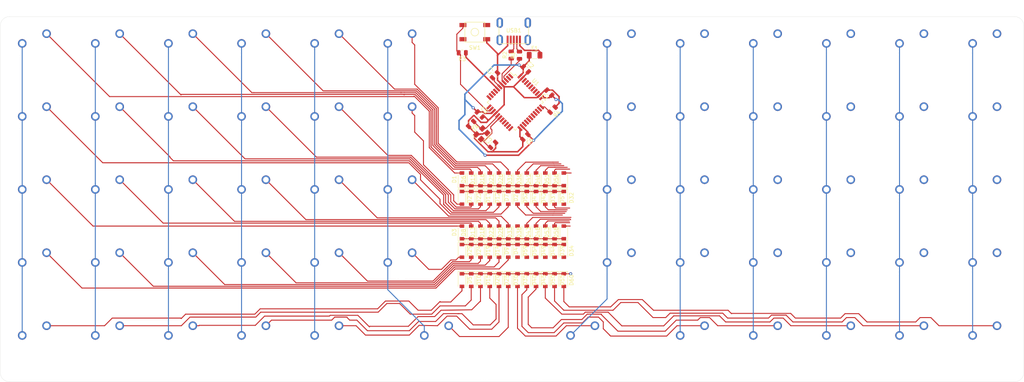
<source format=kicad_pcb>
(kicad_pcb (version 20171130) (host pcbnew "(5.1.5)-3")
  (layers (0 F.Cu signal) (31 B.Cu signal) (34 B.Paste user) (35 F.Paste user) (36 B.SilkS user) (37 F.SilkS user) (38 B.Mask user) (39 F.Mask user) (44 Edge.Cuts user))
  (net 0 "")
  (net 1 GND)
  (net 2 +5V)
  (net 3 "Net-(C3-Pad1)")
  (net 4 "Net-(C4-Pad1)")
  (net 5 "Net-(C7-Pad1)")
  (net 6 "Net-(D1-Pad2)")
  (net 7 Row0)
  (net 8 "Net-(D2-Pad2)")
  (net 9 Row1)
  (net 10 "Net-(D3-Pad2)")
  (net 11 Row2)
  (net 12 "Net-(D4-Pad2)")
  (net 13 Row3)
  (net 14 "Net-(D5-Pad2)")
  (net 15 Row5)
  (net 16 "Net-(D6-Pad2)")
  (net 17 "Net-(D7-Pad2)")
  (net 18 "Net-(D8-Pad2)")
  (net 19 "Net-(D9-Pad2)")
  (net 20 "Net-(D10-Pad2)")
  (net 21 "Net-(D11-Pad2)")
  (net 22 "Net-(D12-Pad2)")
  (net 23 "Net-(D13-Pad2)")
  (net 24 "Net-(D14-Pad2)")
  (net 25 "Net-(D15-Pad2)")
  (net 26 "Net-(D16-Pad2)")
  (net 27 "Net-(D17-Pad2)")
  (net 28 "Net-(D18-Pad2)")
  (net 29 "Net-(D19-Pad2)")
  (net 30 "Net-(D20-Pad2)")
  (net 31 "Net-(D21-Pad2)")
  (net 32 "Net-(D22-Pad2)")
  (net 33 "Net-(D23-Pad2)")
  (net 34 "Net-(D24-Pad2)")
  (net 35 "Net-(D25-Pad2)")
  (net 36 "Net-(D26-Pad2)")
  (net 37 "Net-(D27-Pad2)")
  (net 38 "Net-(D28-Pad2)")
  (net 39 "Net-(D29-Pad2)")
  (net 40 "Net-(D30-Pad2)")
  (net 41 "Net-(D31-Pad2)")
  (net 42 "Net-(D32-Pad2)")
  (net 43 "Net-(D33-Pad2)")
  (net 44 "Net-(D34-Pad2)")
  (net 45 "Net-(D35-Pad2)")
  (net 46 "Net-(D36-Pad2)")
  (net 47 "Net-(D37-Pad2)")
  (net 48 "Net-(D38-Pad2)")
  (net 49 "Net-(D39-Pad2)")
  (net 50 "Net-(D40-Pad2)")
  (net 51 "Net-(D41-Pad2)")
  (net 52 "Net-(D42-Pad2)")
  (net 53 "Net-(D43-Pad2)")
  (net 54 "Net-(D44-Pad2)")
  (net 55 "Net-(D45-Pad2)")
  (net 56 "Net-(D46-Pad2)")
  (net 57 "Net-(D47-Pad2)")
  (net 58 "Net-(D48-Pad2)")
  (net 59 "Net-(D49-Pad2)")
  (net 60 "Net-(D50-Pad2)")
  (net 61 "Net-(D51-Pad2)")
  (net 62 "Net-(D52-Pad2)")
  (net 63 "Net-(D53-Pad2)")
  (net 64 "Net-(D54-Pad2)")
  (net 65 "Net-(D55-Pad2)")
  (net 66 "Net-(D56-Pad2)")
  (net 67 "Net-(D57-Pad2)")
  (net 68 "Net-(D58-Pad2)")
  (net 69 "Net-(D59-Pad2)")
  (net 70 "Net-(D60-Pad2)")
  (net 71 VCC)
  (net 72 Col0)
  (net 73 Col1)
  (net 74 Col2)
  (net 75 Col3)
  (net 76 Col4)
  (net 77 Col5)
  (net 78 Col6)
  (net 79 Col7)
  (net 80 Col8)
  (net 81 Col9)
  (net 82 Col10)
  (net 83 Col11)
  (net 84 D-)
  (net 85 "Net-(R1-Pad1)")
  (net 86 D+)
  (net 87 "Net-(R2-Pad1)")
  (net 88 "Net-(R3-Pad2)")
  (net 89 "Net-(R4-Pad2)")
  (net 90 "Net-(U1-Pad42)")
  (net 91 "Net-(U1-Pad41)")
  (net 92 "Net-(U1-Pad40)")
  (net 93 "Net-(U1-Pad39)")
  (net 94 "Net-(U1-Pad38)")
  (net 95 "Net-(U1-Pad37)")
  (net 96 "Net-(U1-Pad36)")
  (net 97 "Net-(U1-Pad32)")
  (net 98 "Net-(U1-Pad31)")
  (net 99 "Net-(U1-Pad30)")
  (net 100 "Net-(U1-Pad29)")
  (net 101 "Net-(U1-Pad28)")
  (net 102 "Net-(U1-Pad27)")
  (net 103 "Net-(U1-Pad26)")
  (net 104 "Net-(U1-Pad25)")
  (net 105 "Net-(U1-Pad22)")
  (net 106 "Net-(U1-Pad21)")
  (net 107 "Net-(U1-Pad20)")
  (net 108 "Net-(U1-Pad19)")
  (net 109 "Net-(U1-Pad18)")
  (net 110 "Net-(U1-Pad12)")
  (net 111 "Net-(U1-Pad11)")
  (net 112 "Net-(U1-Pad10)")
  (net 113 "Net-(U1-Pad9)")
  (net 114 "Net-(U1-Pad8)")
  (net 115 "Net-(U1-Pad1)")
  (net 116 "Net-(USB1-Pad6)")
  (net 117 "Net-(USB1-Pad2)")
  (module MX_Only:MXOnly-2U-ReversedStabilizers-NoLED (layer F.Cu) (at 164.30625 154.78125)
    (fp_text reference MX35)
    (fp_text value MX-NoLED_2u)
    (pad 2 thru_hole circle (at 2.54 -5.08) (size 2.25 2.25) (drill 1.47) (layers *.Cu B.Mask) (net 45 "Net-(D35-Pad2)"))
    (pad "" np_thru_hole circle (at 0 0) (size 3.9878 3.9878) (drill 3.9878) (layers *.Cu *.Mask))
    (pad 1 thru_hole circle (at -3.81 -2.54) (size 2.25 2.25) (drill 1.47) (layers *.Cu B.Mask) (net 78 Col6))
    (pad "" np_thru_hole circle (at -5.08 0 48.0996) (size 1.75 1.75) (drill 1.75) (layers *.Cu *.Mask))
    (pad "" np_thru_hole circle (at 5.08 0 48.0996) (size 1.75 1.75) (drill 1.75) (layers *.Cu *.Mask))
    (pad "" np_thru_hole circle (at -11.90625 6.985) (size 3.048 3.048) (drill 3.048) (layers *.Cu *.Mask))
    (pad "" np_thru_hole circle (at 11.90625 6.985) (size 3.048 3.048) (drill 3.048) (layers *.Cu *.Mask))
    (pad "" np_thru_hole circle (at -11.90625 -8.255) (size 3.9878 3.9878) (drill 3.9878) (layers *.Cu *.Mask))
    (pad "" np_thru_hole circle (at 11.90625 -8.255) (size 3.9878 3.9878) (drill 3.9878) (layers *.Cu *.Mask))
  )
  (module MX_Only:MXOnly-1U-NoLED (layer F.Cu) (at 116.68125 78.58125)
    (fp_text reference MX26)
    (fp_text value MX-NoLED)
    (pad 2 thru_hole circle (at 2.54 -5.08) (size 2.25 2.25) (drill 1.47) (layers *.Cu B.Mask) (net 36 "Net-(D26-Pad2)"))
    (pad "" np_thru_hole circle (at 0 0) (size 3.9878 3.9878) (drill 3.9878) (layers *.Cu *.Mask))
    (pad 1 thru_hole circle (at -3.81 -2.54) (size 2.25 2.25) (drill 1.47) (layers *.Cu B.Mask) (net 77 Col5))
    (pad "" np_thru_hole circle (at -5.08 0 48.0996) (size 1.75 1.75) (drill 1.75) (layers *.Cu *.Mask))
    (pad "" np_thru_hole circle (at 5.08 0 48.0996) (size 1.75 1.75) (drill 1.75) (layers *.Cu *.Mask))
  )
  (module MX_Only:MXOnly-1U-NoLED (layer F.Cu) (at 269.08125 154.78125)
    (fp_text reference MX60)
    (fp_text value MX-NoLED)
    (pad 2 thru_hole circle (at 2.54 -5.08) (size 2.25 2.25) (drill 1.47) (layers *.Cu B.Mask) (net 70 "Net-(D60-Pad2)"))
    (pad "" np_thru_hole circle (at 0 0) (size 3.9878 3.9878) (drill 3.9878) (layers *.Cu *.Mask))
    (pad 1 thru_hole circle (at -3.81 -2.54) (size 2.25 2.25) (drill 1.47) (layers *.Cu B.Mask) (net 83 Col11))
    (pad "" np_thru_hole circle (at -5.08 0 48.0996) (size 1.75 1.75) (drill 1.75) (layers *.Cu *.Mask))
    (pad "" np_thru_hole circle (at 5.08 0 48.0996) (size 1.75 1.75) (drill 1.75) (layers *.Cu *.Mask))
  )
  (module MX_Only:MXOnly-1U-NoLED (layer F.Cu) (at 269.08125 135.73125)
    (fp_text reference MX59)
    (fp_text value MX-NoLED)
    (pad 2 thru_hole circle (at 2.54 -5.08) (size 2.25 2.25) (drill 1.47) (layers *.Cu B.Mask) (net 69 "Net-(D59-Pad2)"))
    (pad "" np_thru_hole circle (at 0 0) (size 3.9878 3.9878) (drill 3.9878) (layers *.Cu *.Mask))
    (pad 1 thru_hole circle (at -3.81 -2.54) (size 2.25 2.25) (drill 1.47) (layers *.Cu B.Mask) (net 83 Col11))
    (pad "" np_thru_hole circle (at -5.08 0 48.0996) (size 1.75 1.75) (drill 1.75) (layers *.Cu *.Mask))
    (pad "" np_thru_hole circle (at 5.08 0 48.0996) (size 1.75 1.75) (drill 1.75) (layers *.Cu *.Mask))
  )
  (module MX_Only:MXOnly-1U-NoLED (layer F.Cu) (at 269.08125 116.68125)
    (fp_text reference MX58)
    (fp_text value MX-NoLED)
    (pad 2 thru_hole circle (at 2.54 -5.08) (size 2.25 2.25) (drill 1.47) (layers *.Cu B.Mask) (net 68 "Net-(D58-Pad2)"))
    (pad "" np_thru_hole circle (at 0 0) (size 3.9878 3.9878) (drill 3.9878) (layers *.Cu *.Mask))
    (pad 1 thru_hole circle (at -3.81 -2.54) (size 2.25 2.25) (drill 1.47) (layers *.Cu B.Mask) (net 83 Col11))
    (pad "" np_thru_hole circle (at -5.08 0 48.0996) (size 1.75 1.75) (drill 1.75) (layers *.Cu *.Mask))
    (pad "" np_thru_hole circle (at 5.08 0 48.0996) (size 1.75 1.75) (drill 1.75) (layers *.Cu *.Mask))
  )
  (module MX_Only:MXOnly-1U-NoLED (layer F.Cu) (at 269.08125 97.63125)
    (fp_text reference MX57)
    (fp_text value MX-NoLED)
    (pad 2 thru_hole circle (at 2.54 -5.08) (size 2.25 2.25) (drill 1.47) (layers *.Cu B.Mask) (net 67 "Net-(D57-Pad2)"))
    (pad "" np_thru_hole circle (at 0 0) (size 3.9878 3.9878) (drill 3.9878) (layers *.Cu *.Mask))
    (pad 1 thru_hole circle (at -3.81 -2.54) (size 2.25 2.25) (drill 1.47) (layers *.Cu B.Mask) (net 83 Col11))
    (pad "" np_thru_hole circle (at -5.08 0 48.0996) (size 1.75 1.75) (drill 1.75) (layers *.Cu *.Mask))
    (pad "" np_thru_hole circle (at 5.08 0 48.0996) (size 1.75 1.75) (drill 1.75) (layers *.Cu *.Mask))
  )
  (module MX_Only:MXOnly-1U-NoLED (layer F.Cu) (at 269.08125 78.58125)
    (fp_text reference MX56)
    (fp_text value MX-NoLED)
    (pad 2 thru_hole circle (at 2.54 -5.08) (size 2.25 2.25) (drill 1.47) (layers *.Cu B.Mask) (net 66 "Net-(D56-Pad2)"))
    (pad "" np_thru_hole circle (at 0 0) (size 3.9878 3.9878) (drill 3.9878) (layers *.Cu *.Mask))
    (pad 1 thru_hole circle (at -3.81 -2.54) (size 2.25 2.25) (drill 1.47) (layers *.Cu B.Mask) (net 83 Col11))
    (pad "" np_thru_hole circle (at -5.08 0 48.0996) (size 1.75 1.75) (drill 1.75) (layers *.Cu *.Mask))
    (pad "" np_thru_hole circle (at 5.08 0 48.0996) (size 1.75 1.75) (drill 1.75) (layers *.Cu *.Mask))
  )
  (module MX_Only:MXOnly-1U-NoLED (layer F.Cu) (at 250.03125 154.78125)
    (fp_text reference MX55)
    (fp_text value MX-NoLED)
    (pad 2 thru_hole circle (at 2.54 -5.08) (size 2.25 2.25) (drill 1.47) (layers *.Cu B.Mask) (net 65 "Net-(D55-Pad2)"))
    (pad "" np_thru_hole circle (at 0 0) (size 3.9878 3.9878) (drill 3.9878) (layers *.Cu *.Mask))
    (pad 1 thru_hole circle (at -3.81 -2.54) (size 2.25 2.25) (drill 1.47) (layers *.Cu B.Mask) (net 82 Col10))
    (pad "" np_thru_hole circle (at -5.08 0 48.0996) (size 1.75 1.75) (drill 1.75) (layers *.Cu *.Mask))
    (pad "" np_thru_hole circle (at 5.08 0 48.0996) (size 1.75 1.75) (drill 1.75) (layers *.Cu *.Mask))
  )
  (module MX_Only:MXOnly-1U-NoLED (layer F.Cu) (at 250.03125 135.73125)
    (fp_text reference MX54)
    (fp_text value MX-NoLED)
    (pad 2 thru_hole circle (at 2.54 -5.08) (size 2.25 2.25) (drill 1.47) (layers *.Cu B.Mask) (net 64 "Net-(D54-Pad2)"))
    (pad "" np_thru_hole circle (at 0 0) (size 3.9878 3.9878) (drill 3.9878) (layers *.Cu *.Mask))
    (pad 1 thru_hole circle (at -3.81 -2.54) (size 2.25 2.25) (drill 1.47) (layers *.Cu B.Mask) (net 82 Col10))
    (pad "" np_thru_hole circle (at -5.08 0 48.0996) (size 1.75 1.75) (drill 1.75) (layers *.Cu *.Mask))
    (pad "" np_thru_hole circle (at 5.08 0 48.0996) (size 1.75 1.75) (drill 1.75) (layers *.Cu *.Mask))
  )
  (module MX_Only:MXOnly-1U-NoLED (layer F.Cu) (at 250.03125 116.68125)
    (fp_text reference MX53)
    (fp_text value MX-NoLED)
    (pad 2 thru_hole circle (at 2.54 -5.08) (size 2.25 2.25) (drill 1.47) (layers *.Cu B.Mask) (net 63 "Net-(D53-Pad2)"))
    (pad "" np_thru_hole circle (at 0 0) (size 3.9878 3.9878) (drill 3.9878) (layers *.Cu *.Mask))
    (pad 1 thru_hole circle (at -3.81 -2.54) (size 2.25 2.25) (drill 1.47) (layers *.Cu B.Mask) (net 82 Col10))
    (pad "" np_thru_hole circle (at -5.08 0 48.0996) (size 1.75 1.75) (drill 1.75) (layers *.Cu *.Mask))
    (pad "" np_thru_hole circle (at 5.08 0 48.0996) (size 1.75 1.75) (drill 1.75) (layers *.Cu *.Mask))
  )
  (module MX_Only:MXOnly-1U-NoLED (layer F.Cu) (at 250.03125 97.63125)
    (fp_text reference MX52)
    (fp_text value MX-NoLED)
    (pad 2 thru_hole circle (at 2.54 -5.08) (size 2.25 2.25) (drill 1.47) (layers *.Cu B.Mask) (net 62 "Net-(D52-Pad2)"))
    (pad "" np_thru_hole circle (at 0 0) (size 3.9878 3.9878) (drill 3.9878) (layers *.Cu *.Mask))
    (pad 1 thru_hole circle (at -3.81 -2.54) (size 2.25 2.25) (drill 1.47) (layers *.Cu B.Mask) (net 82 Col10))
    (pad "" np_thru_hole circle (at -5.08 0 48.0996) (size 1.75 1.75) (drill 1.75) (layers *.Cu *.Mask))
    (pad "" np_thru_hole circle (at 5.08 0 48.0996) (size 1.75 1.75) (drill 1.75) (layers *.Cu *.Mask))
  )
  (module MX_Only:MXOnly-1U-NoLED (layer F.Cu) (at 250.03125 78.58125)
    (fp_text reference MX51)
    (fp_text value MX-NoLED)
    (pad 2 thru_hole circle (at 2.54 -5.08) (size 2.25 2.25) (drill 1.47) (layers *.Cu B.Mask) (net 61 "Net-(D51-Pad2)"))
    (pad "" np_thru_hole circle (at 0 0) (size 3.9878 3.9878) (drill 3.9878) (layers *.Cu *.Mask))
    (pad 1 thru_hole circle (at -3.81 -2.54) (size 2.25 2.25) (drill 1.47) (layers *.Cu B.Mask) (net 82 Col10))
    (pad "" np_thru_hole circle (at -5.08 0 48.0996) (size 1.75 1.75) (drill 1.75) (layers *.Cu *.Mask))
    (pad "" np_thru_hole circle (at 5.08 0 48.0996) (size 1.75 1.75) (drill 1.75) (layers *.Cu *.Mask))
  )
  (module MX_Only:MXOnly-1U-NoLED (layer F.Cu) (at 230.98125 154.78125)
    (fp_text reference MX50)
    (fp_text value MX-NoLED)
    (pad 2 thru_hole circle (at 2.54 -5.08) (size 2.25 2.25) (drill 1.47) (layers *.Cu B.Mask) (net 60 "Net-(D50-Pad2)"))
    (pad "" np_thru_hole circle (at 0 0) (size 3.9878 3.9878) (drill 3.9878) (layers *.Cu *.Mask))
    (pad 1 thru_hole circle (at -3.81 -2.54) (size 2.25 2.25) (drill 1.47) (layers *.Cu B.Mask) (net 81 Col9))
    (pad "" np_thru_hole circle (at -5.08 0 48.0996) (size 1.75 1.75) (drill 1.75) (layers *.Cu *.Mask))
    (pad "" np_thru_hole circle (at 5.08 0 48.0996) (size 1.75 1.75) (drill 1.75) (layers *.Cu *.Mask))
  )
  (module MX_Only:MXOnly-1U-NoLED (layer F.Cu) (at 230.98125 135.73125)
    (fp_text reference MX49)
    (fp_text value MX-NoLED)
    (pad 2 thru_hole circle (at 2.54 -5.08) (size 2.25 2.25) (drill 1.47) (layers *.Cu B.Mask) (net 59 "Net-(D49-Pad2)"))
    (pad "" np_thru_hole circle (at 0 0) (size 3.9878 3.9878) (drill 3.9878) (layers *.Cu *.Mask))
    (pad 1 thru_hole circle (at -3.81 -2.54) (size 2.25 2.25) (drill 1.47) (layers *.Cu B.Mask) (net 81 Col9))
    (pad "" np_thru_hole circle (at -5.08 0 48.0996) (size 1.75 1.75) (drill 1.75) (layers *.Cu *.Mask))
    (pad "" np_thru_hole circle (at 5.08 0 48.0996) (size 1.75 1.75) (drill 1.75) (layers *.Cu *.Mask))
  )
  (module MX_Only:MXOnly-1U-NoLED (layer F.Cu) (at 230.98125 116.68125)
    (fp_text reference MX48)
    (fp_text value MX-NoLED)
    (pad 2 thru_hole circle (at 2.54 -5.08) (size 2.25 2.25) (drill 1.47) (layers *.Cu B.Mask) (net 58 "Net-(D48-Pad2)"))
    (pad "" np_thru_hole circle (at 0 0) (size 3.9878 3.9878) (drill 3.9878) (layers *.Cu *.Mask))
    (pad 1 thru_hole circle (at -3.81 -2.54) (size 2.25 2.25) (drill 1.47) (layers *.Cu B.Mask) (net 81 Col9))
    (pad "" np_thru_hole circle (at -5.08 0 48.0996) (size 1.75 1.75) (drill 1.75) (layers *.Cu *.Mask))
    (pad "" np_thru_hole circle (at 5.08 0 48.0996) (size 1.75 1.75) (drill 1.75) (layers *.Cu *.Mask))
  )
  (module MX_Only:MXOnly-1U-NoLED (layer F.Cu) (at 230.98125 97.63125)
    (fp_text reference MX47)
    (fp_text value MX-NoLED)
    (pad 2 thru_hole circle (at 2.54 -5.08) (size 2.25 2.25) (drill 1.47) (layers *.Cu B.Mask) (net 57 "Net-(D47-Pad2)"))
    (pad "" np_thru_hole circle (at 0 0) (size 3.9878 3.9878) (drill 3.9878) (layers *.Cu *.Mask))
    (pad 1 thru_hole circle (at -3.81 -2.54) (size 2.25 2.25) (drill 1.47) (layers *.Cu B.Mask) (net 81 Col9))
    (pad "" np_thru_hole circle (at -5.08 0 48.0996) (size 1.75 1.75) (drill 1.75) (layers *.Cu *.Mask))
    (pad "" np_thru_hole circle (at 5.08 0 48.0996) (size 1.75 1.75) (drill 1.75) (layers *.Cu *.Mask))
  )
  (module MX_Only:MXOnly-1U-NoLED (layer F.Cu) (at 230.98125 78.58125)
    (fp_text reference MX46)
    (fp_text value MX-NoLED)
    (pad 2 thru_hole circle (at 2.54 -5.08) (size 2.25 2.25) (drill 1.47) (layers *.Cu B.Mask) (net 56 "Net-(D46-Pad2)"))
    (pad "" np_thru_hole circle (at 0 0) (size 3.9878 3.9878) (drill 3.9878) (layers *.Cu *.Mask))
    (pad 1 thru_hole circle (at -3.81 -2.54) (size 2.25 2.25) (drill 1.47) (layers *.Cu B.Mask) (net 81 Col9))
    (pad "" np_thru_hole circle (at -5.08 0 48.0996) (size 1.75 1.75) (drill 1.75) (layers *.Cu *.Mask))
    (pad "" np_thru_hole circle (at 5.08 0 48.0996) (size 1.75 1.75) (drill 1.75) (layers *.Cu *.Mask))
  )
  (module MX_Only:MXOnly-1U-NoLED (layer F.Cu) (at 211.93125 154.78125)
    (fp_text reference MX45)
    (fp_text value MX-NoLED)
    (pad 2 thru_hole circle (at 2.54 -5.08) (size 2.25 2.25) (drill 1.47) (layers *.Cu B.Mask) (net 55 "Net-(D45-Pad2)"))
    (pad "" np_thru_hole circle (at 0 0) (size 3.9878 3.9878) (drill 3.9878) (layers *.Cu *.Mask))
    (pad 1 thru_hole circle (at -3.81 -2.54) (size 2.25 2.25) (drill 1.47) (layers *.Cu B.Mask) (net 80 Col8))
    (pad "" np_thru_hole circle (at -5.08 0 48.0996) (size 1.75 1.75) (drill 1.75) (layers *.Cu *.Mask))
    (pad "" np_thru_hole circle (at 5.08 0 48.0996) (size 1.75 1.75) (drill 1.75) (layers *.Cu *.Mask))
  )
  (module MX_Only:MXOnly-1U-NoLED (layer F.Cu) (at 211.93125 135.73125)
    (fp_text reference MX44)
    (fp_text value MX-NoLED)
    (pad 2 thru_hole circle (at 2.54 -5.08) (size 2.25 2.25) (drill 1.47) (layers *.Cu B.Mask) (net 54 "Net-(D44-Pad2)"))
    (pad "" np_thru_hole circle (at 0 0) (size 3.9878 3.9878) (drill 3.9878) (layers *.Cu *.Mask))
    (pad 1 thru_hole circle (at -3.81 -2.54) (size 2.25 2.25) (drill 1.47) (layers *.Cu B.Mask) (net 80 Col8))
    (pad "" np_thru_hole circle (at -5.08 0 48.0996) (size 1.75 1.75) (drill 1.75) (layers *.Cu *.Mask))
    (pad "" np_thru_hole circle (at 5.08 0 48.0996) (size 1.75 1.75) (drill 1.75) (layers *.Cu *.Mask))
  )
  (module MX_Only:MXOnly-1U-NoLED (layer F.Cu) (at 211.93125 116.68125)
    (fp_text reference MX43)
    (fp_text value MX-NoLED)
    (pad 2 thru_hole circle (at 2.54 -5.08) (size 2.25 2.25) (drill 1.47) (layers *.Cu B.Mask) (net 53 "Net-(D43-Pad2)"))
    (pad "" np_thru_hole circle (at 0 0) (size 3.9878 3.9878) (drill 3.9878) (layers *.Cu *.Mask))
    (pad 1 thru_hole circle (at -3.81 -2.54) (size 2.25 2.25) (drill 1.47) (layers *.Cu B.Mask) (net 80 Col8))
    (pad "" np_thru_hole circle (at -5.08 0 48.0996) (size 1.75 1.75) (drill 1.75) (layers *.Cu *.Mask))
    (pad "" np_thru_hole circle (at 5.08 0 48.0996) (size 1.75 1.75) (drill 1.75) (layers *.Cu *.Mask))
  )
  (module MX_Only:MXOnly-1U-NoLED (layer F.Cu) (at 211.93125 97.63125)
    (fp_text reference MX42)
    (fp_text value MX-NoLED)
    (pad 2 thru_hole circle (at 2.54 -5.08) (size 2.25 2.25) (drill 1.47) (layers *.Cu B.Mask) (net 52 "Net-(D42-Pad2)"))
    (pad "" np_thru_hole circle (at 0 0) (size 3.9878 3.9878) (drill 3.9878) (layers *.Cu *.Mask))
    (pad 1 thru_hole circle (at -3.81 -2.54) (size 2.25 2.25) (drill 1.47) (layers *.Cu B.Mask) (net 80 Col8))
    (pad "" np_thru_hole circle (at -5.08 0 48.0996) (size 1.75 1.75) (drill 1.75) (layers *.Cu *.Mask))
    (pad "" np_thru_hole circle (at 5.08 0 48.0996) (size 1.75 1.75) (drill 1.75) (layers *.Cu *.Mask))
  )
  (module MX_Only:MXOnly-1U-NoLED (layer F.Cu) (at 211.93125 78.58125)
    (fp_text reference MX41)
    (fp_text value MX-NoLED)
    (pad 2 thru_hole circle (at 2.54 -5.08) (size 2.25 2.25) (drill 1.47) (layers *.Cu B.Mask) (net 51 "Net-(D41-Pad2)"))
    (pad "" np_thru_hole circle (at 0 0) (size 3.9878 3.9878) (drill 3.9878) (layers *.Cu *.Mask))
    (pad 1 thru_hole circle (at -3.81 -2.54) (size 2.25 2.25) (drill 1.47) (layers *.Cu B.Mask) (net 80 Col8))
    (pad "" np_thru_hole circle (at -5.08 0 48.0996) (size 1.75 1.75) (drill 1.75) (layers *.Cu *.Mask))
    (pad "" np_thru_hole circle (at 5.08 0 48.0996) (size 1.75 1.75) (drill 1.75) (layers *.Cu *.Mask))
  )
  (module MX_Only:MXOnly-1U-NoLED (layer F.Cu) (at 192.88125 154.78125)
    (fp_text reference MX40)
    (fp_text value MX-NoLED)
    (pad 2 thru_hole circle (at 2.54 -5.08) (size 2.25 2.25) (drill 1.47) (layers *.Cu B.Mask) (net 50 "Net-(D40-Pad2)"))
    (pad "" np_thru_hole circle (at 0 0) (size 3.9878 3.9878) (drill 3.9878) (layers *.Cu *.Mask))
    (pad 1 thru_hole circle (at -3.81 -2.54) (size 2.25 2.25) (drill 1.47) (layers *.Cu B.Mask) (net 79 Col7))
    (pad "" np_thru_hole circle (at -5.08 0 48.0996) (size 1.75 1.75) (drill 1.75) (layers *.Cu *.Mask))
    (pad "" np_thru_hole circle (at 5.08 0 48.0996) (size 1.75 1.75) (drill 1.75) (layers *.Cu *.Mask))
  )
  (module MX_Only:MXOnly-1U-NoLED (layer F.Cu) (at 192.88125 135.73125)
    (fp_text reference MX39)
    (fp_text value MX-NoLED)
    (pad 2 thru_hole circle (at 2.54 -5.08) (size 2.25 2.25) (drill 1.47) (layers *.Cu B.Mask) (net 49 "Net-(D39-Pad2)"))
    (pad "" np_thru_hole circle (at 0 0) (size 3.9878 3.9878) (drill 3.9878) (layers *.Cu *.Mask))
    (pad 1 thru_hole circle (at -3.81 -2.54) (size 2.25 2.25) (drill 1.47) (layers *.Cu B.Mask) (net 79 Col7))
    (pad "" np_thru_hole circle (at -5.08 0 48.0996) (size 1.75 1.75) (drill 1.75) (layers *.Cu *.Mask))
    (pad "" np_thru_hole circle (at 5.08 0 48.0996) (size 1.75 1.75) (drill 1.75) (layers *.Cu *.Mask))
  )
  (module MX_Only:MXOnly-1U-NoLED (layer F.Cu) (at 192.88125 116.68125)
    (fp_text reference MX38)
    (fp_text value MX-NoLED)
    (pad 2 thru_hole circle (at 2.54 -5.08) (size 2.25 2.25) (drill 1.47) (layers *.Cu B.Mask) (net 48 "Net-(D38-Pad2)"))
    (pad "" np_thru_hole circle (at 0 0) (size 3.9878 3.9878) (drill 3.9878) (layers *.Cu *.Mask))
    (pad 1 thru_hole circle (at -3.81 -2.54) (size 2.25 2.25) (drill 1.47) (layers *.Cu B.Mask) (net 79 Col7))
    (pad "" np_thru_hole circle (at -5.08 0 48.0996) (size 1.75 1.75) (drill 1.75) (layers *.Cu *.Mask))
    (pad "" np_thru_hole circle (at 5.08 0 48.0996) (size 1.75 1.75) (drill 1.75) (layers *.Cu *.Mask))
  )
  (module MX_Only:MXOnly-1U-NoLED (layer F.Cu) (at 192.88125 97.63125)
    (fp_text reference MX37)
    (fp_text value MX-NoLED)
    (pad 2 thru_hole circle (at 2.54 -5.08) (size 2.25 2.25) (drill 1.47) (layers *.Cu B.Mask) (net 47 "Net-(D37-Pad2)"))
    (pad "" np_thru_hole circle (at 0 0) (size 3.9878 3.9878) (drill 3.9878) (layers *.Cu *.Mask))
    (pad 1 thru_hole circle (at -3.81 -2.54) (size 2.25 2.25) (drill 1.47) (layers *.Cu B.Mask) (net 79 Col7))
    (pad "" np_thru_hole circle (at -5.08 0 48.0996) (size 1.75 1.75) (drill 1.75) (layers *.Cu *.Mask))
    (pad "" np_thru_hole circle (at 5.08 0 48.0996) (size 1.75 1.75) (drill 1.75) (layers *.Cu *.Mask))
  )
  (module MX_Only:MXOnly-1U-NoLED (layer F.Cu) (at 192.88125 78.58125)
    (fp_text reference MX36)
    (fp_text value MX-NoLED)
    (pad 2 thru_hole circle (at 2.54 -5.08) (size 2.25 2.25) (drill 1.47) (layers *.Cu B.Mask) (net 46 "Net-(D36-Pad2)"))
    (pad "" np_thru_hole circle (at 0 0) (size 3.9878 3.9878) (drill 3.9878) (layers *.Cu *.Mask))
    (pad 1 thru_hole circle (at -3.81 -2.54) (size 2.25 2.25) (drill 1.47) (layers *.Cu B.Mask) (net 79 Col7))
    (pad "" np_thru_hole circle (at -5.08 0 48.0996) (size 1.75 1.75) (drill 1.75) (layers *.Cu *.Mask))
    (pad "" np_thru_hole circle (at 5.08 0 48.0996) (size 1.75 1.75) (drill 1.75) (layers *.Cu *.Mask))
  )
  (module MX_Only:MXOnly-1U-NoLED (layer F.Cu) (at 173.83125 135.73125)
    (fp_text reference MX34)
    (fp_text value MX-NoLED)
    (pad 2 thru_hole circle (at 2.54 -5.08) (size 2.25 2.25) (drill 1.47) (layers *.Cu B.Mask) (net 44 "Net-(D34-Pad2)"))
    (pad "" np_thru_hole circle (at 0 0) (size 3.9878 3.9878) (drill 3.9878) (layers *.Cu *.Mask))
    (pad 1 thru_hole circle (at -3.81 -2.54) (size 2.25 2.25) (drill 1.47) (layers *.Cu B.Mask) (net 78 Col6))
    (pad "" np_thru_hole circle (at -5.08 0 48.0996) (size 1.75 1.75) (drill 1.75) (layers *.Cu *.Mask))
    (pad "" np_thru_hole circle (at 5.08 0 48.0996) (size 1.75 1.75) (drill 1.75) (layers *.Cu *.Mask))
  )
  (module MX_Only:MXOnly-1U-NoLED (layer F.Cu) (at 173.83125 116.68125)
    (fp_text reference MX33)
    (fp_text value MX-NoLED)
    (pad 2 thru_hole circle (at 2.54 -5.08) (size 2.25 2.25) (drill 1.47) (layers *.Cu B.Mask) (net 43 "Net-(D33-Pad2)"))
    (pad "" np_thru_hole circle (at 0 0) (size 3.9878 3.9878) (drill 3.9878) (layers *.Cu *.Mask))
    (pad 1 thru_hole circle (at -3.81 -2.54) (size 2.25 2.25) (drill 1.47) (layers *.Cu B.Mask) (net 78 Col6))
    (pad "" np_thru_hole circle (at -5.08 0 48.0996) (size 1.75 1.75) (drill 1.75) (layers *.Cu *.Mask))
    (pad "" np_thru_hole circle (at 5.08 0 48.0996) (size 1.75 1.75) (drill 1.75) (layers *.Cu *.Mask))
  )
  (module MX_Only:MXOnly-1U-NoLED (layer F.Cu) (at 173.83125 97.63125)
    (fp_text reference MX32)
    (fp_text value MX-NoLED)
    (pad 2 thru_hole circle (at 2.54 -5.08) (size 2.25 2.25) (drill 1.47) (layers *.Cu B.Mask) (net 42 "Net-(D32-Pad2)"))
    (pad "" np_thru_hole circle (at 0 0) (size 3.9878 3.9878) (drill 3.9878) (layers *.Cu *.Mask))
    (pad 1 thru_hole circle (at -3.81 -2.54) (size 2.25 2.25) (drill 1.47) (layers *.Cu B.Mask) (net 78 Col6))
    (pad "" np_thru_hole circle (at -5.08 0 48.0996) (size 1.75 1.75) (drill 1.75) (layers *.Cu *.Mask))
    (pad "" np_thru_hole circle (at 5.08 0 48.0996) (size 1.75 1.75) (drill 1.75) (layers *.Cu *.Mask))
  )
  (module MX_Only:MXOnly-1U-NoLED (layer F.Cu) (at 173.83125 78.58125)
    (fp_text reference MX31)
    (fp_text value MX-NoLED)
    (pad 2 thru_hole circle (at 2.54 -5.08) (size 2.25 2.25) (drill 1.47) (layers *.Cu B.Mask) (net 41 "Net-(D31-Pad2)"))
    (pad "" np_thru_hole circle (at 0 0) (size 3.9878 3.9878) (drill 3.9878) (layers *.Cu *.Mask))
    (pad 1 thru_hole circle (at -3.81 -2.54) (size 2.25 2.25) (drill 1.47) (layers *.Cu B.Mask) (net 78 Col6))
    (pad "" np_thru_hole circle (at -5.08 0 48.0996) (size 1.75 1.75) (drill 1.75) (layers *.Cu *.Mask))
    (pad "" np_thru_hole circle (at 5.08 0 48.0996) (size 1.75 1.75) (drill 1.75) (layers *.Cu *.Mask))
  )
  (module MX_Only:MXOnly-1U-NoLED (layer F.Cu) (at 116.68125 135.73125)
    (fp_text reference MX29)
    (fp_text value MX-NoLED)
    (pad 2 thru_hole circle (at 2.54 -5.08) (size 2.25 2.25) (drill 1.47) (layers *.Cu B.Mask) (net 39 "Net-(D29-Pad2)"))
    (pad "" np_thru_hole circle (at 0 0) (size 3.9878 3.9878) (drill 3.9878) (layers *.Cu *.Mask))
    (pad 1 thru_hole circle (at -3.81 -2.54) (size 2.25 2.25) (drill 1.47) (layers *.Cu B.Mask) (net 77 Col5))
    (pad "" np_thru_hole circle (at -5.08 0 48.0996) (size 1.75 1.75) (drill 1.75) (layers *.Cu *.Mask))
    (pad "" np_thru_hole circle (at 5.08 0 48.0996) (size 1.75 1.75) (drill 1.75) (layers *.Cu *.Mask))
  )
  (module MX_Only:MXOnly-1U-NoLED (layer F.Cu) (at 116.68125 116.68125)
    (fp_text reference MX28)
    (fp_text value MX-NoLED)
    (pad 2 thru_hole circle (at 2.54 -5.08) (size 2.25 2.25) (drill 1.47) (layers *.Cu B.Mask) (net 38 "Net-(D28-Pad2)"))
    (pad "" np_thru_hole circle (at 0 0) (size 3.9878 3.9878) (drill 3.9878) (layers *.Cu *.Mask))
    (pad 1 thru_hole circle (at -3.81 -2.54) (size 2.25 2.25) (drill 1.47) (layers *.Cu B.Mask) (net 77 Col5))
    (pad "" np_thru_hole circle (at -5.08 0 48.0996) (size 1.75 1.75) (drill 1.75) (layers *.Cu *.Mask))
    (pad "" np_thru_hole circle (at 5.08 0 48.0996) (size 1.75 1.75) (drill 1.75) (layers *.Cu *.Mask))
  )
  (module MX_Only:MXOnly-1U-NoLED (layer F.Cu) (at 116.68125 97.63125)
    (fp_text reference MX27)
    (fp_text value MX-NoLED)
    (pad 2 thru_hole circle (at 2.54 -5.08) (size 2.25 2.25) (drill 1.47) (layers *.Cu B.Mask) (net 37 "Net-(D27-Pad2)"))
    (pad "" np_thru_hole circle (at 0 0) (size 3.9878 3.9878) (drill 3.9878) (layers *.Cu *.Mask))
    (pad 1 thru_hole circle (at -3.81 -2.54) (size 2.25 2.25) (drill 1.47) (layers *.Cu B.Mask) (net 77 Col5))
    (pad "" np_thru_hole circle (at -5.08 0 48.0996) (size 1.75 1.75) (drill 1.75) (layers *.Cu *.Mask))
    (pad "" np_thru_hole circle (at 5.08 0 48.0996) (size 1.75 1.75) (drill 1.75) (layers *.Cu *.Mask))
  )
  (module MX_Only:MXOnly-1U-NoLED (layer F.Cu) (at 97.63125 154.78125)
    (fp_text reference MX25)
    (fp_text value MX-NoLED)
    (pad 2 thru_hole circle (at 2.54 -5.08) (size 2.25 2.25) (drill 1.47) (layers *.Cu B.Mask) (net 35 "Net-(D25-Pad2)"))
    (pad "" np_thru_hole circle (at 0 0) (size 3.9878 3.9878) (drill 3.9878) (layers *.Cu *.Mask))
    (pad 1 thru_hole circle (at -3.81 -2.54) (size 2.25 2.25) (drill 1.47) (layers *.Cu B.Mask) (net 76 Col4))
    (pad "" np_thru_hole circle (at -5.08 0 48.0996) (size 1.75 1.75) (drill 1.75) (layers *.Cu *.Mask))
    (pad "" np_thru_hole circle (at 5.08 0 48.0996) (size 1.75 1.75) (drill 1.75) (layers *.Cu *.Mask))
  )
  (module MX_Only:MXOnly-1U-NoLED (layer F.Cu) (at 97.63125 135.73125)
    (fp_text reference MX24)
    (fp_text value MX-NoLED)
    (pad 2 thru_hole circle (at 2.54 -5.08) (size 2.25 2.25) (drill 1.47) (layers *.Cu B.Mask) (net 34 "Net-(D24-Pad2)"))
    (pad "" np_thru_hole circle (at 0 0) (size 3.9878 3.9878) (drill 3.9878) (layers *.Cu *.Mask))
    (pad 1 thru_hole circle (at -3.81 -2.54) (size 2.25 2.25) (drill 1.47) (layers *.Cu B.Mask) (net 76 Col4))
    (pad "" np_thru_hole circle (at -5.08 0 48.0996) (size 1.75 1.75) (drill 1.75) (layers *.Cu *.Mask))
    (pad "" np_thru_hole circle (at 5.08 0 48.0996) (size 1.75 1.75) (drill 1.75) (layers *.Cu *.Mask))
  )
  (module MX_Only:MXOnly-1U-NoLED (layer F.Cu) (at 97.63125 116.68125)
    (fp_text reference MX23)
    (fp_text value MX-NoLED)
    (pad 2 thru_hole circle (at 2.54 -5.08) (size 2.25 2.25) (drill 1.47) (layers *.Cu B.Mask) (net 33 "Net-(D23-Pad2)"))
    (pad "" np_thru_hole circle (at 0 0) (size 3.9878 3.9878) (drill 3.9878) (layers *.Cu *.Mask))
    (pad 1 thru_hole circle (at -3.81 -2.54) (size 2.25 2.25) (drill 1.47) (layers *.Cu B.Mask) (net 76 Col4))
    (pad "" np_thru_hole circle (at -5.08 0 48.0996) (size 1.75 1.75) (drill 1.75) (layers *.Cu *.Mask))
    (pad "" np_thru_hole circle (at 5.08 0 48.0996) (size 1.75 1.75) (drill 1.75) (layers *.Cu *.Mask))
  )
  (module MX_Only:MXOnly-1U-NoLED (layer F.Cu) (at 97.63125 97.63125)
    (fp_text reference MX22)
    (fp_text value MX-NoLED)
    (pad 2 thru_hole circle (at 2.54 -5.08) (size 2.25 2.25) (drill 1.47) (layers *.Cu B.Mask) (net 32 "Net-(D22-Pad2)"))
    (pad "" np_thru_hole circle (at 0 0) (size 3.9878 3.9878) (drill 3.9878) (layers *.Cu *.Mask))
    (pad 1 thru_hole circle (at -3.81 -2.54) (size 2.25 2.25) (drill 1.47) (layers *.Cu B.Mask) (net 76 Col4))
    (pad "" np_thru_hole circle (at -5.08 0 48.0996) (size 1.75 1.75) (drill 1.75) (layers *.Cu *.Mask))
    (pad "" np_thru_hole circle (at 5.08 0 48.0996) (size 1.75 1.75) (drill 1.75) (layers *.Cu *.Mask))
  )
  (module MX_Only:MXOnly-1U-NoLED (layer F.Cu) (at 97.63125 78.58125)
    (fp_text reference MX21)
    (fp_text value MX-NoLED)
    (pad 2 thru_hole circle (at 2.54 -5.08) (size 2.25 2.25) (drill 1.47) (layers *.Cu B.Mask) (net 31 "Net-(D21-Pad2)"))
    (pad "" np_thru_hole circle (at 0 0) (size 3.9878 3.9878) (drill 3.9878) (layers *.Cu *.Mask))
    (pad 1 thru_hole circle (at -3.81 -2.54) (size 2.25 2.25) (drill 1.47) (layers *.Cu B.Mask) (net 76 Col4))
    (pad "" np_thru_hole circle (at -5.08 0 48.0996) (size 1.75 1.75) (drill 1.75) (layers *.Cu *.Mask))
    (pad "" np_thru_hole circle (at 5.08 0 48.0996) (size 1.75 1.75) (drill 1.75) (layers *.Cu *.Mask))
  )
  (module MX_Only:MXOnly-1U-NoLED (layer F.Cu) (at 78.58125 154.78125)
    (fp_text reference MX20)
    (fp_text value MX-NoLED)
    (pad 2 thru_hole circle (at 2.54 -5.08) (size 2.25 2.25) (drill 1.47) (layers *.Cu B.Mask) (net 30 "Net-(D20-Pad2)"))
    (pad "" np_thru_hole circle (at 0 0) (size 3.9878 3.9878) (drill 3.9878) (layers *.Cu *.Mask))
    (pad 1 thru_hole circle (at -3.81 -2.54) (size 2.25 2.25) (drill 1.47) (layers *.Cu B.Mask) (net 75 Col3))
    (pad "" np_thru_hole circle (at -5.08 0 48.0996) (size 1.75 1.75) (drill 1.75) (layers *.Cu *.Mask))
    (pad "" np_thru_hole circle (at 5.08 0 48.0996) (size 1.75 1.75) (drill 1.75) (layers *.Cu *.Mask))
  )
  (module MX_Only:MXOnly-1U-NoLED (layer F.Cu) (at 78.58125 135.73125)
    (fp_text reference MX19)
    (fp_text value MX-NoLED)
    (pad 2 thru_hole circle (at 2.54 -5.08) (size 2.25 2.25) (drill 1.47) (layers *.Cu B.Mask) (net 29 "Net-(D19-Pad2)"))
    (pad "" np_thru_hole circle (at 0 0) (size 3.9878 3.9878) (drill 3.9878) (layers *.Cu *.Mask))
    (pad 1 thru_hole circle (at -3.81 -2.54) (size 2.25 2.25) (drill 1.47) (layers *.Cu B.Mask) (net 75 Col3))
    (pad "" np_thru_hole circle (at -5.08 0 48.0996) (size 1.75 1.75) (drill 1.75) (layers *.Cu *.Mask))
    (pad "" np_thru_hole circle (at 5.08 0 48.0996) (size 1.75 1.75) (drill 1.75) (layers *.Cu *.Mask))
  )
  (module MX_Only:MXOnly-1U-NoLED (layer F.Cu) (at 78.58125 116.68125)
    (fp_text reference MX18)
    (fp_text value MX-NoLED)
    (pad 2 thru_hole circle (at 2.54 -5.08) (size 2.25 2.25) (drill 1.47) (layers *.Cu B.Mask) (net 28 "Net-(D18-Pad2)"))
    (pad "" np_thru_hole circle (at 0 0) (size 3.9878 3.9878) (drill 3.9878) (layers *.Cu *.Mask))
    (pad 1 thru_hole circle (at -3.81 -2.54) (size 2.25 2.25) (drill 1.47) (layers *.Cu B.Mask) (net 75 Col3))
    (pad "" np_thru_hole circle (at -5.08 0 48.0996) (size 1.75 1.75) (drill 1.75) (layers *.Cu *.Mask))
    (pad "" np_thru_hole circle (at 5.08 0 48.0996) (size 1.75 1.75) (drill 1.75) (layers *.Cu *.Mask))
  )
  (module MX_Only:MXOnly-1U-NoLED (layer F.Cu) (at 78.58125 97.63125)
    (fp_text reference MX17)
    (fp_text value MX-NoLED)
    (pad 2 thru_hole circle (at 2.54 -5.08) (size 2.25 2.25) (drill 1.47) (layers *.Cu B.Mask) (net 27 "Net-(D17-Pad2)"))
    (pad "" np_thru_hole circle (at 0 0) (size 3.9878 3.9878) (drill 3.9878) (layers *.Cu *.Mask))
    (pad 1 thru_hole circle (at -3.81 -2.54) (size 2.25 2.25) (drill 1.47) (layers *.Cu B.Mask) (net 75 Col3))
    (pad "" np_thru_hole circle (at -5.08 0 48.0996) (size 1.75 1.75) (drill 1.75) (layers *.Cu *.Mask))
    (pad "" np_thru_hole circle (at 5.08 0 48.0996) (size 1.75 1.75) (drill 1.75) (layers *.Cu *.Mask))
  )
  (module MX_Only:MXOnly-1U-NoLED (layer F.Cu) (at 78.58125 78.58125)
    (fp_text reference MX16)
    (fp_text value MX-NoLED)
    (pad 2 thru_hole circle (at 2.54 -5.08) (size 2.25 2.25) (drill 1.47) (layers *.Cu B.Mask) (net 26 "Net-(D16-Pad2)"))
    (pad "" np_thru_hole circle (at 0 0) (size 3.9878 3.9878) (drill 3.9878) (layers *.Cu *.Mask))
    (pad 1 thru_hole circle (at -3.81 -2.54) (size 2.25 2.25) (drill 1.47) (layers *.Cu B.Mask) (net 75 Col3))
    (pad "" np_thru_hole circle (at -5.08 0 48.0996) (size 1.75 1.75) (drill 1.75) (layers *.Cu *.Mask))
    (pad "" np_thru_hole circle (at 5.08 0 48.0996) (size 1.75 1.75) (drill 1.75) (layers *.Cu *.Mask))
  )
  (module MX_Only:MXOnly-1U-NoLED (layer F.Cu) (at 59.53125 154.78125)
    (fp_text reference MX15)
    (fp_text value MX-NoLED)
    (pad 2 thru_hole circle (at 2.54 -5.08) (size 2.25 2.25) (drill 1.47) (layers *.Cu B.Mask) (net 25 "Net-(D15-Pad2)"))
    (pad "" np_thru_hole circle (at 0 0) (size 3.9878 3.9878) (drill 3.9878) (layers *.Cu *.Mask))
    (pad 1 thru_hole circle (at -3.81 -2.54) (size 2.25 2.25) (drill 1.47) (layers *.Cu B.Mask) (net 74 Col2))
    (pad "" np_thru_hole circle (at -5.08 0 48.0996) (size 1.75 1.75) (drill 1.75) (layers *.Cu *.Mask))
    (pad "" np_thru_hole circle (at 5.08 0 48.0996) (size 1.75 1.75) (drill 1.75) (layers *.Cu *.Mask))
  )
  (module MX_Only:MXOnly-1U-NoLED (layer F.Cu) (at 59.53125 135.73125)
    (fp_text reference MX14)
    (fp_text value MX-NoLED)
    (pad 2 thru_hole circle (at 2.54 -5.08) (size 2.25 2.25) (drill 1.47) (layers *.Cu B.Mask) (net 24 "Net-(D14-Pad2)"))
    (pad "" np_thru_hole circle (at 0 0) (size 3.9878 3.9878) (drill 3.9878) (layers *.Cu *.Mask))
    (pad 1 thru_hole circle (at -3.81 -2.54) (size 2.25 2.25) (drill 1.47) (layers *.Cu B.Mask) (net 74 Col2))
    (pad "" np_thru_hole circle (at -5.08 0 48.0996) (size 1.75 1.75) (drill 1.75) (layers *.Cu *.Mask))
    (pad "" np_thru_hole circle (at 5.08 0 48.0996) (size 1.75 1.75) (drill 1.75) (layers *.Cu *.Mask))
  )
  (module MX_Only:MXOnly-1U-NoLED (layer F.Cu) (at 59.53125 116.68125)
    (fp_text reference MX13)
    (fp_text value MX-NoLED)
    (pad 2 thru_hole circle (at 2.54 -5.08) (size 2.25 2.25) (drill 1.47) (layers *.Cu B.Mask) (net 23 "Net-(D13-Pad2)"))
    (pad "" np_thru_hole circle (at 0 0) (size 3.9878 3.9878) (drill 3.9878) (layers *.Cu *.Mask))
    (pad 1 thru_hole circle (at -3.81 -2.54) (size 2.25 2.25) (drill 1.47) (layers *.Cu B.Mask) (net 74 Col2))
    (pad "" np_thru_hole circle (at -5.08 0 48.0996) (size 1.75 1.75) (drill 1.75) (layers *.Cu *.Mask))
    (pad "" np_thru_hole circle (at 5.08 0 48.0996) (size 1.75 1.75) (drill 1.75) (layers *.Cu *.Mask))
  )
  (module MX_Only:MXOnly-1U-NoLED (layer F.Cu) (at 59.53125 97.63125)
    (fp_text reference MX12)
    (fp_text value MX-NoLED)
    (pad 2 thru_hole circle (at 2.54 -5.08) (size 2.25 2.25) (drill 1.47) (layers *.Cu B.Mask) (net 22 "Net-(D12-Pad2)"))
    (pad "" np_thru_hole circle (at 0 0) (size 3.9878 3.9878) (drill 3.9878) (layers *.Cu *.Mask))
    (pad 1 thru_hole circle (at -3.81 -2.54) (size 2.25 2.25) (drill 1.47) (layers *.Cu B.Mask) (net 74 Col2))
    (pad "" np_thru_hole circle (at -5.08 0 48.0996) (size 1.75 1.75) (drill 1.75) (layers *.Cu *.Mask))
    (pad "" np_thru_hole circle (at 5.08 0 48.0996) (size 1.75 1.75) (drill 1.75) (layers *.Cu *.Mask))
  )
  (module MX_Only:MXOnly-1U-NoLED (layer F.Cu) (at 59.53125 78.58125)
    (fp_text reference MX11)
    (fp_text value MX-NoLED)
    (pad 2 thru_hole circle (at 2.54 -5.08) (size 2.25 2.25) (drill 1.47) (layers *.Cu B.Mask) (net 21 "Net-(D11-Pad2)"))
    (pad "" np_thru_hole circle (at 0 0) (size 3.9878 3.9878) (drill 3.9878) (layers *.Cu *.Mask))
    (pad 1 thru_hole circle (at -3.81 -2.54) (size 2.25 2.25) (drill 1.47) (layers *.Cu B.Mask) (net 74 Col2))
    (pad "" np_thru_hole circle (at -5.08 0 48.0996) (size 1.75 1.75) (drill 1.75) (layers *.Cu *.Mask))
    (pad "" np_thru_hole circle (at 5.08 0 48.0996) (size 1.75 1.75) (drill 1.75) (layers *.Cu *.Mask))
  )
  (module MX_Only:MXOnly-1U-NoLED (layer F.Cu) (at 40.48125 154.78125)
    (fp_text reference MX10)
    (fp_text value MX-NoLED)
    (pad 2 thru_hole circle (at 2.54 -5.08) (size 2.25 2.25) (drill 1.47) (layers *.Cu B.Mask) (net 20 "Net-(D10-Pad2)"))
    (pad "" np_thru_hole circle (at 0 0) (size 3.9878 3.9878) (drill 3.9878) (layers *.Cu *.Mask))
    (pad 1 thru_hole circle (at -3.81 -2.54) (size 2.25 2.25) (drill 1.47) (layers *.Cu B.Mask) (net 73 Col1))
    (pad "" np_thru_hole circle (at -5.08 0 48.0996) (size 1.75 1.75) (drill 1.75) (layers *.Cu *.Mask))
    (pad "" np_thru_hole circle (at 5.08 0 48.0996) (size 1.75 1.75) (drill 1.75) (layers *.Cu *.Mask))
  )
  (module MX_Only:MXOnly-1U-NoLED (layer F.Cu) (at 40.48125 135.73125)
    (fp_text reference MX9)
    (fp_text value MX-NoLED)
    (pad 2 thru_hole circle (at 2.54 -5.08) (size 2.25 2.25) (drill 1.47) (layers *.Cu B.Mask) (net 19 "Net-(D9-Pad2)"))
    (pad "" np_thru_hole circle (at 0 0) (size 3.9878 3.9878) (drill 3.9878) (layers *.Cu *.Mask))
    (pad 1 thru_hole circle (at -3.81 -2.54) (size 2.25 2.25) (drill 1.47) (layers *.Cu B.Mask) (net 73 Col1))
    (pad "" np_thru_hole circle (at -5.08 0 48.0996) (size 1.75 1.75) (drill 1.75) (layers *.Cu *.Mask))
    (pad "" np_thru_hole circle (at 5.08 0 48.0996) (size 1.75 1.75) (drill 1.75) (layers *.Cu *.Mask))
  )
  (module MX_Only:MXOnly-1U-NoLED (layer F.Cu) (at 40.48125 116.68125)
    (fp_text reference MX8)
    (fp_text value MX-NoLED)
    (pad 2 thru_hole circle (at 2.54 -5.08) (size 2.25 2.25) (drill 1.47) (layers *.Cu B.Mask) (net 18 "Net-(D8-Pad2)"))
    (pad "" np_thru_hole circle (at 0 0) (size 3.9878 3.9878) (drill 3.9878) (layers *.Cu *.Mask))
    (pad 1 thru_hole circle (at -3.81 -2.54) (size 2.25 2.25) (drill 1.47) (layers *.Cu B.Mask) (net 73 Col1))
    (pad "" np_thru_hole circle (at -5.08 0 48.0996) (size 1.75 1.75) (drill 1.75) (layers *.Cu *.Mask))
    (pad "" np_thru_hole circle (at 5.08 0 48.0996) (size 1.75 1.75) (drill 1.75) (layers *.Cu *.Mask))
  )
  (module MX_Only:MXOnly-1U-NoLED (layer F.Cu) (at 40.48125 97.63125)
    (fp_text reference MX7)
    (fp_text value MX-NoLED)
    (pad 2 thru_hole circle (at 2.54 -5.08) (size 2.25 2.25) (drill 1.47) (layers *.Cu B.Mask) (net 17 "Net-(D7-Pad2)"))
    (pad "" np_thru_hole circle (at 0 0) (size 3.9878 3.9878) (drill 3.9878) (layers *.Cu *.Mask))
    (pad 1 thru_hole circle (at -3.81 -2.54) (size 2.25 2.25) (drill 1.47) (layers *.Cu B.Mask) (net 73 Col1))
    (pad "" np_thru_hole circle (at -5.08 0 48.0996) (size 1.75 1.75) (drill 1.75) (layers *.Cu *.Mask))
    (pad "" np_thru_hole circle (at 5.08 0 48.0996) (size 1.75 1.75) (drill 1.75) (layers *.Cu *.Mask))
  )
  (module MX_Only:MXOnly-1U-NoLED (layer F.Cu) (at 40.48125 78.58125)
    (fp_text reference MX6)
    (fp_text value MX-NoLED)
    (pad 2 thru_hole circle (at 2.54 -5.08) (size 2.25 2.25) (drill 1.47) (layers *.Cu B.Mask) (net 16 "Net-(D6-Pad2)"))
    (pad "" np_thru_hole circle (at 0 0) (size 3.9878 3.9878) (drill 3.9878) (layers *.Cu *.Mask))
    (pad 1 thru_hole circle (at -3.81 -2.54) (size 2.25 2.25) (drill 1.47) (layers *.Cu B.Mask) (net 73 Col1))
    (pad "" np_thru_hole circle (at -5.08 0 48.0996) (size 1.75 1.75) (drill 1.75) (layers *.Cu *.Mask))
    (pad "" np_thru_hole circle (at 5.08 0 48.0996) (size 1.75 1.75) (drill 1.75) (layers *.Cu *.Mask))
  )
  (module MX_Only:MXOnly-1U-NoLED (layer F.Cu) (at 21.43125 154.78125)
    (fp_text reference MX5)
    (fp_text value MX-NoLED)
    (pad 2 thru_hole circle (at 2.54 -5.08) (size 2.25 2.25) (drill 1.47) (layers *.Cu B.Mask) (net 14 "Net-(D5-Pad2)"))
    (pad "" np_thru_hole circle (at 0 0) (size 3.9878 3.9878) (drill 3.9878) (layers *.Cu *.Mask))
    (pad 1 thru_hole circle (at -3.81 -2.54) (size 2.25 2.25) (drill 1.47) (layers *.Cu B.Mask) (net 72 Col0))
    (pad "" np_thru_hole circle (at -5.08 0 48.0996) (size 1.75 1.75) (drill 1.75) (layers *.Cu *.Mask))
    (pad "" np_thru_hole circle (at 5.08 0 48.0996) (size 1.75 1.75) (drill 1.75) (layers *.Cu *.Mask))
  )
  (module MX_Only:MXOnly-1U-NoLED (layer F.Cu) (at 21.43125 135.73125)
    (fp_text reference MX4)
    (fp_text value MX-NoLED)
    (pad 2 thru_hole circle (at 2.54 -5.08) (size 2.25 2.25) (drill 1.47) (layers *.Cu B.Mask) (net 12 "Net-(D4-Pad2)"))
    (pad "" np_thru_hole circle (at 0 0) (size 3.9878 3.9878) (drill 3.9878) (layers *.Cu *.Mask))
    (pad 1 thru_hole circle (at -3.81 -2.54) (size 2.25 2.25) (drill 1.47) (layers *.Cu B.Mask) (net 72 Col0))
    (pad "" np_thru_hole circle (at -5.08 0 48.0996) (size 1.75 1.75) (drill 1.75) (layers *.Cu *.Mask))
    (pad "" np_thru_hole circle (at 5.08 0 48.0996) (size 1.75 1.75) (drill 1.75) (layers *.Cu *.Mask))
  )
  (module MX_Only:MXOnly-1U-NoLED (layer F.Cu) (at 21.43125 116.68125)
    (fp_text reference MX3)
    (fp_text value MX-NoLED)
    (pad 2 thru_hole circle (at 2.54 -5.08) (size 2.25 2.25) (drill 1.47) (layers *.Cu B.Mask) (net 10 "Net-(D3-Pad2)"))
    (pad "" np_thru_hole circle (at 0 0) (size 3.9878 3.9878) (drill 3.9878) (layers *.Cu *.Mask))
    (pad 1 thru_hole circle (at -3.81 -2.54) (size 2.25 2.25) (drill 1.47) (layers *.Cu B.Mask) (net 72 Col0))
    (pad "" np_thru_hole circle (at -5.08 0 48.0996) (size 1.75 1.75) (drill 1.75) (layers *.Cu *.Mask))
    (pad "" np_thru_hole circle (at 5.08 0 48.0996) (size 1.75 1.75) (drill 1.75) (layers *.Cu *.Mask))
  )
  (module MX_Only:MXOnly-1U-NoLED (layer F.Cu) (at 21.43125 78.58125)
    (fp_text reference MX1)
    (fp_text value MX-NoLED)
    (pad 2 thru_hole circle (at 2.54 -5.08) (size 2.25 2.25) (drill 1.47) (layers *.Cu B.Mask) (net 6 "Net-(D1-Pad2)"))
    (pad "" np_thru_hole circle (at 0 0) (size 3.9878 3.9878) (drill 3.9878) (layers *.Cu *.Mask))
    (pad 1 thru_hole circle (at -3.81 -2.54) (size 2.25 2.25) (drill 1.47) (layers *.Cu B.Mask) (net 72 Col0))
    (pad "" np_thru_hole circle (at -5.08 0 48.0996) (size 1.75 1.75) (drill 1.75) (layers *.Cu *.Mask))
    (pad "" np_thru_hole circle (at 5.08 0 48.0996) (size 1.75 1.75) (drill 1.75) (layers *.Cu *.Mask))
  )
  (module MX_Only:MXOnly-2U-ReversedStabilizers-NoLED (layer F.Cu) (at 126.20625 154.78125)
    (fp_text reference MX30)
    (fp_text value MX-NoLED_2u)
    (pad 2 thru_hole circle (at 2.54 -5.08) (size 2.25 2.25) (drill 1.47) (layers *.Cu B.Mask) (net 40 "Net-(D30-Pad2)"))
    (pad "" np_thru_hole circle (at 0 0) (size 3.9878 3.9878) (drill 3.9878) (layers *.Cu *.Mask))
    (pad 1 thru_hole circle (at -3.81 -2.54) (size 2.25 2.25) (drill 1.47) (layers *.Cu B.Mask) (net 77 Col5))
    (pad "" np_thru_hole circle (at -5.08 0 48.0996) (size 1.75 1.75) (drill 1.75) (layers *.Cu *.Mask))
    (pad "" np_thru_hole circle (at 5.08 0 48.0996) (size 1.75 1.75) (drill 1.75) (layers *.Cu *.Mask))
    (pad "" np_thru_hole circle (at -11.90625 6.985) (size 3.048 3.048) (drill 3.048) (layers *.Cu *.Mask))
    (pad "" np_thru_hole circle (at 11.90625 6.985) (size 3.048 3.048) (drill 3.048) (layers *.Cu *.Mask))
    (pad "" np_thru_hole circle (at -11.90625 -8.255) (size 3.9878 3.9878) (drill 3.9878) (layers *.Cu *.Mask))
    (pad "" np_thru_hole circle (at 11.90625 -8.255) (size 3.9878 3.9878) (drill 3.9878) (layers *.Cu *.Mask))
  )
  (module MX_Only:MXOnly-1U-NoLED (layer F.Cu) (at 21.43125 97.63125)
    (fp_text reference MX2)
    (fp_text value MX-NoLED)
    (pad 2 thru_hole circle (at 2.54 -5.08) (size 2.25 2.25) (drill 1.47) (layers *.Cu B.Mask) (net 8 "Net-(D2-Pad2)"))
    (pad "" np_thru_hole circle (at 0 0) (size 3.9878 3.9878) (drill 3.9878) (layers *.Cu *.Mask))
    (pad 1 thru_hole circle (at -3.81 -2.54) (size 2.25 2.25) (drill 1.47) (layers *.Cu B.Mask) (net 72 Col0))
    (pad "" np_thru_hole circle (at -5.08 0 48.0996) (size 1.75 1.75) (drill 1.75) (layers *.Cu *.Mask))
    (pad "" np_thru_hole circle (at 5.08 0 48.0996) (size 1.75 1.75) (drill 1.75) (layers *.Cu *.Mask))
  )
  (module Crystal:Crystal_SMD_3225-4Pin_3.2x2.5mm (layer F.Cu) (at 137.371 99.607 45)
    (fp_text reference Y1 (at 0 -2.45 45) (layer F.SilkS))
    (fp_text value 16MHz)
    (pad 4 smd rect (at -1.1 -0.85 45) (size 1.4 1.2) (layers F.Cu F.Paste F.Mask) (net 1 GND))
    (pad 3 smd rect (at 1.1 -0.85 45) (size 1.4 1.2) (layers F.Cu F.Paste F.Mask) (net 4 "Net-(C4-Pad1)"))
    (pad 2 smd rect (at 1.1 0.85 45) (size 1.4 1.2) (layers F.Cu F.Paste F.Mask) (net 1 GND))
    (pad 1 smd rect (at -1.1 0.85 45) (size 1.4 1.2) (layers F.Cu F.Paste F.Mask) (net 3 "Net-(C3-Pad1)"))
  )
  (module random-keyboard-parts:Molex-0548190589 (layer F.Cu) (at 145.70625 70.64375 270)
    (fp_text reference USB1 (at 2.032 0) (layer F.SilkS))
    (fp_text value Molex-0548190589)
    (pad 6 thru_hole oval (at 0 -3.65 270) (size 2.7 1.7) (drill oval 1.9 0.7) (layers *.Cu *.Mask) (net 116 "Net-(USB1-Pad6)"))
    (pad 6 thru_hole oval (at 0 3.65 270) (size 2.7 1.7) (drill oval 1.9 0.7) (layers *.Cu *.Mask) (net 116 "Net-(USB1-Pad6)"))
    (pad 6 thru_hole oval (at 4.5 3.65 270) (size 2.7 1.7) (drill oval 1.9 0.7) (layers *.Cu *.Mask) (net 116 "Net-(USB1-Pad6)"))
    (pad 6 thru_hole oval (at 4.5 -3.65 270) (size 2.7 1.7) (drill oval 1.9 0.7) (layers *.Cu *.Mask) (net 116 "Net-(USB1-Pad6)"))
    (pad 5 smd rect (at 4.5 -1.6 270) (size 2.25 0.5) (layers F.Cu F.Paste F.Mask) (net 71 VCC))
    (pad 4 smd rect (at 4.5 -0.8 270) (size 2.25 0.5) (layers F.Cu F.Paste F.Mask) (net 84 D-))
    (pad 3 smd rect (at 4.5 0 270) (size 2.25 0.5) (layers F.Cu F.Paste F.Mask) (net 86 D+))
    (pad 2 smd rect (at 4.5 0.8 270) (size 2.25 0.5) (layers F.Cu F.Paste F.Mask) (net 117 "Net-(USB1-Pad2)"))
    (pad 1 smd rect (at 4.5 1.6 270) (size 2.25 0.5) (layers F.Cu F.Paste F.Mask) (net 1 GND))
  )
  (module Package_QFP:TQFP-44_10x10mm_P0.8mm (layer F.Cu) (at 146.1135 91.40825 315)
    (fp_text reference U1 (at 0 -7.45 135) (layer F.SilkS))
    (fp_text value ATmega32U4-AU)
    (pad 44 smd rect (at -4 -5.7 45) (size 1.5 0.55) (layers F.Cu F.Paste F.Mask) (net 2 +5V))
    (pad 43 smd rect (at -3.2 -5.7 45) (size 1.5 0.55) (layers F.Cu F.Paste F.Mask) (net 1 GND))
    (pad 42 smd rect (at -2.4 -5.7 45) (size 1.5 0.55) (layers F.Cu F.Paste F.Mask) (net 90 "Net-(U1-Pad42)"))
    (pad 41 smd rect (at -1.6 -5.7 45) (size 1.5 0.55) (layers F.Cu F.Paste F.Mask) (net 91 "Net-(U1-Pad41)"))
    (pad 40 smd rect (at -0.8 -5.7 45) (size 1.5 0.55) (layers F.Cu F.Paste F.Mask) (net 92 "Net-(U1-Pad40)"))
    (pad 39 smd rect (at 0 -5.7 45) (size 1.5 0.55) (layers F.Cu F.Paste F.Mask) (net 93 "Net-(U1-Pad39)"))
    (pad 38 smd rect (at 0.8 -5.7 45) (size 1.5 0.55) (layers F.Cu F.Paste F.Mask) (net 94 "Net-(U1-Pad38)"))
    (pad 37 smd rect (at 1.6 -5.7 45) (size 1.5 0.55) (layers F.Cu F.Paste F.Mask) (net 95 "Net-(U1-Pad37)"))
    (pad 36 smd rect (at 2.4 -5.7 45) (size 1.5 0.55) (layers F.Cu F.Paste F.Mask) (net 96 "Net-(U1-Pad36)"))
    (pad 35 smd rect (at 3.2 -5.7 45) (size 1.5 0.55) (layers F.Cu F.Paste F.Mask) (net 1 GND))
    (pad 34 smd rect (at 4 -5.7 45) (size 1.5 0.55) (layers F.Cu F.Paste F.Mask) (net 2 +5V))
    (pad 33 smd rect (at 5.7 -4 315) (size 1.5 0.55) (layers F.Cu F.Paste F.Mask) (net 89 "Net-(R4-Pad2)"))
    (pad 32 smd rect (at 5.7 -3.2 315) (size 1.5 0.55) (layers F.Cu F.Paste F.Mask) (net 97 "Net-(U1-Pad32)"))
    (pad 31 smd rect (at 5.7 -2.4 315) (size 1.5 0.55) (layers F.Cu F.Paste F.Mask) (net 98 "Net-(U1-Pad31)"))
    (pad 30 smd rect (at 5.7 -1.6 315) (size 1.5 0.55) (layers F.Cu F.Paste F.Mask) (net 99 "Net-(U1-Pad30)"))
    (pad 29 smd rect (at 5.7 -0.8 315) (size 1.5 0.55) (layers F.Cu F.Paste F.Mask) (net 100 "Net-(U1-Pad29)"))
    (pad 28 smd rect (at 5.7 0 315) (size 1.5 0.55) (layers F.Cu F.Paste F.Mask) (net 101 "Net-(U1-Pad28)"))
    (pad 27 smd rect (at 5.7 0.8 315) (size 1.5 0.55) (layers F.Cu F.Paste F.Mask) (net 102 "Net-(U1-Pad27)"))
    (pad 26 smd rect (at 5.7 1.6 315) (size 1.5 0.55) (layers F.Cu F.Paste F.Mask) (net 103 "Net-(U1-Pad26)"))
    (pad 25 smd rect (at 5.7 2.4 315) (size 1.5 0.55) (layers F.Cu F.Paste F.Mask) (net 104 "Net-(U1-Pad25)"))
    (pad 24 smd rect (at 5.7 3.2 315) (size 1.5 0.55) (layers F.Cu F.Paste F.Mask) (net 2 +5V))
    (pad 23 smd rect (at 5.7 4 315) (size 1.5 0.55) (layers F.Cu F.Paste F.Mask) (net 1 GND))
    (pad 22 smd rect (at 4 5.7 45) (size 1.5 0.55) (layers F.Cu F.Paste F.Mask) (net 105 "Net-(U1-Pad22)"))
    (pad 21 smd rect (at 3.2 5.7 45) (size 1.5 0.55) (layers F.Cu F.Paste F.Mask) (net 106 "Net-(U1-Pad21)"))
    (pad 20 smd rect (at 2.4 5.7 45) (size 1.5 0.55) (layers F.Cu F.Paste F.Mask) (net 107 "Net-(U1-Pad20)"))
    (pad 19 smd rect (at 1.6 5.7 45) (size 1.5 0.55) (layers F.Cu F.Paste F.Mask) (net 108 "Net-(U1-Pad19)"))
    (pad 18 smd rect (at 0.8 5.7 45) (size 1.5 0.55) (layers F.Cu F.Paste F.Mask) (net 109 "Net-(U1-Pad18)"))
    (pad 17 smd rect (at 0 5.7 45) (size 1.5 0.55) (layers F.Cu F.Paste F.Mask) (net 3 "Net-(C3-Pad1)"))
    (pad 16 smd rect (at -0.8 5.7 45) (size 1.5 0.55) (layers F.Cu F.Paste F.Mask) (net 4 "Net-(C4-Pad1)"))
    (pad 15 smd rect (at -1.6 5.7 45) (size 1.5 0.55) (layers F.Cu F.Paste F.Mask) (net 1 GND))
    (pad 14 smd rect (at -2.4 5.7 45) (size 1.5 0.55) (layers F.Cu F.Paste F.Mask) (net 2 +5V))
    (pad 13 smd rect (at -3.2 5.7 45) (size 1.5 0.55) (layers F.Cu F.Paste F.Mask) (net 88 "Net-(R3-Pad2)"))
    (pad 12 smd rect (at -4 5.7 45) (size 1.5 0.55) (layers F.Cu F.Paste F.Mask) (net 110 "Net-(U1-Pad12)"))
    (pad 11 smd rect (at -5.7 4 315) (size 1.5 0.55) (layers F.Cu F.Paste F.Mask) (net 111 "Net-(U1-Pad11)"))
    (pad 10 smd rect (at -5.7 3.2 315) (size 1.5 0.55) (layers F.Cu F.Paste F.Mask) (net 112 "Net-(U1-Pad10)"))
    (pad 9 smd rect (at -5.7 2.4 315) (size 1.5 0.55) (layers F.Cu F.Paste F.Mask) (net 113 "Net-(U1-Pad9)"))
    (pad 8 smd rect (at -5.7 1.6 315) (size 1.5 0.55) (layers F.Cu F.Paste F.Mask) (net 114 "Net-(U1-Pad8)"))
    (pad 7 smd rect (at -5.7 0.8 315) (size 1.5 0.55) (layers F.Cu F.Paste F.Mask) (net 2 +5V))
    (pad 6 smd rect (at -5.7 0 315) (size 1.5 0.55) (layers F.Cu F.Paste F.Mask) (net 5 "Net-(C7-Pad1)"))
    (pad 5 smd rect (at -5.7 -0.8 315) (size 1.5 0.55) (layers F.Cu F.Paste F.Mask) (net 1 GND))
    (pad 4 smd rect (at -5.7 -1.6 315) (size 1.5 0.55) (layers F.Cu F.Paste F.Mask) (net 87 "Net-(R2-Pad1)"))
    (pad 3 smd rect (at -5.7 -2.4 315) (size 1.5 0.55) (layers F.Cu F.Paste F.Mask) (net 85 "Net-(R1-Pad1)"))
    (pad 2 smd rect (at -5.7 -3.2 315) (size 1.5 0.55) (layers F.Cu F.Paste F.Mask) (net 2 +5V))
    (pad 1 smd rect (at -5.7 -4 315) (size 1.5 0.55) (layers F.Cu F.Paste F.Mask) (net 115 "Net-(U1-Pad1)"))
  )
  (module random-keyboard-parts:SKQG-1155865 (layer F.Cu) (at 135.561 73.097)
    (fp_text reference SW1 (at 0 4.064) (layer F.SilkS))
    (fp_text value SW_Push)
    (pad 4 smd rect (at -3.1 1.85) (size 1.8 1.1) (layers F.Cu F.Paste F.Mask))
    (pad 3 smd rect (at 3.1 -1.85) (size 1.8 1.1) (layers F.Cu F.Paste F.Mask))
    (pad 2 smd rect (at -3.1 -1.85) (size 1.8 1.1) (layers F.Cu F.Paste F.Mask) (net 88 "Net-(R3-Pad2)"))
    (pad 1 smd rect (at 3.1 1.85) (size 1.8 1.1) (layers F.Cu F.Paste F.Mask) (net 1 GND))
  )
  (module Resistor_SMD:R_0805_2012Metric (layer F.Cu) (at 155.829 93.345 225)
    (fp_text reference R4 (at 0 -1.65 45) (layer F.SilkS))
    (fp_text value 10k)
    (pad 2 smd roundrect (at 0.9375 0 225) (size 0.975 1.4) (layers F.Cu F.Paste F.Mask) (net 89 "Net-(R4-Pad2)"))
    (pad 1 smd roundrect (at -0.9375 0 225) (size 0.975 1.4) (layers F.Cu F.Paste F.Mask) (net 1 GND))
  )
  (module Resistor_SMD:R_0805_2012Metric (layer F.Cu) (at 132.2855 78.486 180)
    (fp_text reference R3 (at 0 -1.65) (layer F.SilkS))
    (fp_text value 10k)
    (pad 2 smd roundrect (at 0.9375 0 180) (size 0.975 1.4) (layers F.Cu F.Paste F.Mask) (net 88 "Net-(R3-Pad2)"))
    (pad 1 smd roundrect (at -0.9375 0 180) (size 0.975 1.4) (layers F.Cu F.Paste F.Mask) (net 2 +5V))
  )
  (module Resistor_SMD:R_0805_2012Metric (layer F.Cu) (at 145.034 79.0725 90)
    (fp_text reference R2 (at 0 -1.65 90) (layer F.SilkS))
    (fp_text value 22)
    (pad 2 smd roundrect (at 0.9375 0 90) (size 0.975 1.4) (layers F.Cu F.Paste F.Mask) (net 86 D+))
    (pad 1 smd roundrect (at -0.9375 0 90) (size 0.975 1.4) (layers F.Cu F.Paste F.Mask) (net 87 "Net-(R2-Pad1)"))
  )
  (module Resistor_SMD:R_0805_2012Metric (layer F.Cu) (at 147.193 79.121 90)
    (fp_text reference R1 (at 0 -1.65 90) (layer F.SilkS))
    (fp_text value 22)
    (pad 2 smd roundrect (at 0.9375 0 90) (size 0.975 1.4) (layers F.Cu F.Paste F.Mask) (net 84 D-))
    (pad 1 smd roundrect (at -0.9375 0 90) (size 0.975 1.4) (layers F.Cu F.Paste F.Mask) (net 85 "Net-(R1-Pad1)"))
  )
  (module Fuse:Fuse_1206_3216Metric (layer F.Cu) (at 151.13 79.121)
    (fp_text reference F1 (at 0 -1.82) (layer F.SilkS))
    (fp_text value 500mA)
    (pad 2 smd roundrect (at 1.4 0) (size 1.25 1.75) (layers F.Cu F.Paste F.Mask) (roundrect_rratio 0.2) (net 71 VCC))
    (pad 1 smd roundrect (at -1.4 0) (size 1.25 1.75) (layers F.Cu F.Paste F.Mask) (roundrect_rratio 0.2) (net 2 +5V))
  )
  (module Diode_SMD:D_SOD-123 (layer F.Cu) (at 158.75 137.796 270)
    (fp_text reference D60 (at 0 -2 90) (layer F.SilkS))
    (fp_text value SOD-123)
    (pad 2 smd rect (at 1.65 0 270) (size 0.9 1.2) (layers F.Cu F.Paste F.Mask) (net 70 "Net-(D60-Pad2)"))
    (pad 1 smd rect (at -1.65 0 270) (size 0.9 1.2) (layers F.Cu F.Paste F.Mask) (net 15 Row5))
  )
  (module Diode_SMD:D_SOD-123 (layer F.Cu) (at 146.685 130.174 270)
    (fp_text reference D59 (at 0 -2 90) (layer F.SilkS))
    (fp_text value SOD-123)
    (pad 2 smd rect (at 1.65 0 270) (size 0.9 1.2) (layers F.Cu F.Paste F.Mask) (net 69 "Net-(D59-Pad2)"))
    (pad 1 smd rect (at -1.65 0 270) (size 0.9 1.2) (layers F.Cu F.Paste F.Mask) (net 13 Row3))
  )
  (module Diode_SMD:D_SOD-123 (layer F.Cu) (at 158.75 125.35 90)
    (fp_text reference D58 (at 0 -2 90) (layer F.SilkS))
    (fp_text value SOD-123)
    (pad 2 smd rect (at 1.65 0 90) (size 0.9 1.2) (layers F.Cu F.Paste F.Mask) (net 68 "Net-(D58-Pad2)"))
    (pad 1 smd rect (at -1.65 0 90) (size 0.9 1.2) (layers F.Cu F.Paste F.Mask) (net 11 Row2))
  )
  (module Diode_SMD:D_SOD-123 (layer F.Cu) (at 156.337 116.333 270)
    (fp_text reference D57 (at 0 -2 90) (layer F.SilkS))
    (fp_text value SOD-123)
    (pad 2 smd rect (at 1.65 0 270) (size 0.9 1.2) (layers F.Cu F.Paste F.Mask) (net 67 "Net-(D57-Pad2)"))
    (pad 1 smd rect (at -1.65 0 270) (size 0.9 1.2) (layers F.Cu F.Paste F.Mask) (net 9 Row1))
  )
  (module Diode_SMD:D_SOD-123 (layer F.Cu) (at 158.75 111.507 90)
    (fp_text reference D56 (at 0 -2 90) (layer F.SilkS))
    (fp_text value SOD-123)
    (pad 2 smd rect (at 1.65 0 90) (size 0.9 1.2) (layers F.Cu F.Paste F.Mask) (net 66 "Net-(D56-Pad2)"))
    (pad 1 smd rect (at -1.65 0 90) (size 0.9 1.2) (layers F.Cu F.Paste F.Mask) (net 7 Row0))
  )
  (module Diode_SMD:D_SOD-123 (layer F.Cu) (at 156.337 137.796 270)
    (fp_text reference D55 (at 0 -2 90) (layer F.SilkS))
    (fp_text value SOD-123)
    (pad 2 smd rect (at 1.65 0 270) (size 0.9 1.2) (layers F.Cu F.Paste F.Mask) (net 65 "Net-(D55-Pad2)"))
    (pad 1 smd rect (at -1.65 0 270) (size 0.9 1.2) (layers F.Cu F.Paste F.Mask) (net 15 Row5))
  )
  (module Diode_SMD:D_SOD-123 (layer F.Cu) (at 149.098 130.174 270)
    (fp_text reference D54 (at 0 -2 90) (layer F.SilkS))
    (fp_text value SOD-123)
    (pad 2 smd rect (at 1.65 0 270) (size 0.9 1.2) (layers F.Cu F.Paste F.Mask) (net 64 "Net-(D54-Pad2)"))
    (pad 1 smd rect (at -1.65 0 270) (size 0.9 1.2) (layers F.Cu F.Paste F.Mask) (net 13 Row3))
  )
  (module Diode_SMD:D_SOD-123 (layer F.Cu) (at 156.337 125.35 90)
    (fp_text reference D53 (at 0 -2 90) (layer F.SilkS))
    (fp_text value SOD-123)
    (pad 2 smd rect (at 1.65 0 90) (size 0.9 1.2) (layers F.Cu F.Paste F.Mask) (net 63 "Net-(D53-Pad2)"))
    (pad 1 smd rect (at -1.65 0 90) (size 0.9 1.2) (layers F.Cu F.Paste F.Mask) (net 11 Row2))
  )
  (module Diode_SMD:D_SOD-123 (layer F.Cu) (at 146.685 116.333 270)
    (fp_text reference D52 (at 0 -2 90) (layer F.SilkS))
    (fp_text value SOD-123)
    (pad 2 smd rect (at 1.65 0 270) (size 0.9 1.2) (layers F.Cu F.Paste F.Mask) (net 62 "Net-(D52-Pad2)"))
    (pad 1 smd rect (at -1.65 0 270) (size 0.9 1.2) (layers F.Cu F.Paste F.Mask) (net 9 Row1))
  )
  (module Diode_SMD:D_SOD-123 (layer F.Cu) (at 156.337 111.507 90)
    (fp_text reference D51 (at 0 -2 90) (layer F.SilkS))
    (fp_text value SOD-123)
    (pad 2 smd rect (at 1.65 0 90) (size 0.9 1.2) (layers F.Cu F.Paste F.Mask) (net 61 "Net-(D51-Pad2)"))
    (pad 1 smd rect (at -1.65 0 90) (size 0.9 1.2) (layers F.Cu F.Paste F.Mask) (net 7 Row0))
  )
  (module Diode_SMD:D_SOD-123 (layer F.Cu) (at 153.924 137.796 270)
    (fp_text reference D50 (at 0 -2 90) (layer F.SilkS))
    (fp_text value SOD-123)
    (pad 2 smd rect (at 1.65 0 270) (size 0.9 1.2) (layers F.Cu F.Paste F.Mask) (net 60 "Net-(D50-Pad2)"))
    (pad 1 smd rect (at -1.65 0 270) (size 0.9 1.2) (layers F.Cu F.Paste F.Mask) (net 15 Row5))
  )
  (module Diode_SMD:D_SOD-123 (layer F.Cu) (at 151.511 130.174 270)
    (fp_text reference D49 (at 0 -2 90) (layer F.SilkS))
    (fp_text value SOD-123)
    (pad 2 smd rect (at 1.65 0 270) (size 0.9 1.2) (layers F.Cu F.Paste F.Mask) (net 59 "Net-(D49-Pad2)"))
    (pad 1 smd rect (at -1.65 0 270) (size 0.9 1.2) (layers F.Cu F.Paste F.Mask) (net 13 Row3))
  )
  (module Diode_SMD:D_SOD-123 (layer F.Cu) (at 153.924 125.35 90)
    (fp_text reference D48 (at 0 -2 90) (layer F.SilkS))
    (fp_text value SOD-123)
    (pad 2 smd rect (at 1.65 0 90) (size 0.9 1.2) (layers F.Cu F.Paste F.Mask) (net 58 "Net-(D48-Pad2)"))
    (pad 1 smd rect (at -1.65 0 90) (size 0.9 1.2) (layers F.Cu F.Paste F.Mask) (net 11 Row2))
  )
  (module Diode_SMD:D_SOD-123 (layer F.Cu) (at 149.098 116.331 270)
    (fp_text reference D47 (at 0 -2 90) (layer F.SilkS))
    (fp_text value SOD-123)
    (pad 2 smd rect (at 1.65 0 270) (size 0.9 1.2) (layers F.Cu F.Paste F.Mask) (net 57 "Net-(D47-Pad2)"))
    (pad 1 smd rect (at -1.65 0 270) (size 0.9 1.2) (layers F.Cu F.Paste F.Mask) (net 9 Row1))
  )
  (module Diode_SMD:D_SOD-123 (layer F.Cu) (at 153.924 111.507 90)
    (fp_text reference D46 (at 0 -2 90) (layer F.SilkS))
    (fp_text value SOD-123)
    (pad 2 smd rect (at 1.65 0 90) (size 0.9 1.2) (layers F.Cu F.Paste F.Mask) (net 56 "Net-(D46-Pad2)"))
    (pad 1 smd rect (at -1.65 0 90) (size 0.9 1.2) (layers F.Cu F.Paste F.Mask) (net 7 Row0))
  )
  (module Diode_SMD:D_SOD-123 (layer F.Cu) (at 151.511 137.794 270)
    (fp_text reference D45 (at 0 -2 90) (layer F.SilkS))
    (fp_text value SOD-123)
    (pad 2 smd rect (at 1.65 0 270) (size 0.9 1.2) (layers F.Cu F.Paste F.Mask) (net 55 "Net-(D45-Pad2)"))
    (pad 1 smd rect (at -1.65 0 270) (size 0.9 1.2) (layers F.Cu F.Paste F.Mask) (net 15 Row5))
  )
  (module Diode_SMD:D_SOD-123 (layer F.Cu) (at 153.924 130.174 270)
    (fp_text reference D44 (at 0 -2 90) (layer F.SilkS))
    (fp_text value SOD-123)
    (pad 2 smd rect (at 1.65 0 270) (size 0.9 1.2) (layers F.Cu F.Paste F.Mask) (net 54 "Net-(D44-Pad2)"))
    (pad 1 smd rect (at -1.65 0 270) (size 0.9 1.2) (layers F.Cu F.Paste F.Mask) (net 13 Row3))
  )
  (module Diode_SMD:D_SOD-123 (layer F.Cu) (at 151.511 125.35 90)
    (fp_text reference D43 (at 0 -2 90) (layer F.SilkS))
    (fp_text value SOD-123)
    (pad 2 smd rect (at 1.65 0 90) (size 0.9 1.2) (layers F.Cu F.Paste F.Mask) (net 53 "Net-(D43-Pad2)"))
    (pad 1 smd rect (at -1.65 0 90) (size 0.9 1.2) (layers F.Cu F.Paste F.Mask) (net 11 Row2))
  )
  (module Diode_SMD:D_SOD-123 (layer F.Cu) (at 151.511 116.333 270)
    (fp_text reference D42 (at 0 -2 90) (layer F.SilkS))
    (fp_text value SOD-123)
    (pad 2 smd rect (at 1.65 0 270) (size 0.9 1.2) (layers F.Cu F.Paste F.Mask) (net 52 "Net-(D42-Pad2)"))
    (pad 1 smd rect (at -1.65 0 270) (size 0.9 1.2) (layers F.Cu F.Paste F.Mask) (net 9 Row1))
  )
  (module Diode_SMD:D_SOD-123 (layer F.Cu) (at 151.511 111.507 90)
    (fp_text reference D41 (at 0 -2 90) (layer F.SilkS))
    (fp_text value SOD-123)
    (pad 2 smd rect (at 1.65 0 90) (size 0.9 1.2) (layers F.Cu F.Paste F.Mask) (net 51 "Net-(D41-Pad2)"))
    (pad 1 smd rect (at -1.65 0 90) (size 0.9 1.2) (layers F.Cu F.Paste F.Mask) (net 7 Row0))
  )
  (module Diode_SMD:D_SOD-123 (layer F.Cu) (at 149.098 137.794 270)
    (fp_text reference D40 (at 0 -2 90) (layer F.SilkS))
    (fp_text value SOD-123)
    (pad 2 smd rect (at 1.65 0 270) (size 0.9 1.2) (layers F.Cu F.Paste F.Mask) (net 50 "Net-(D40-Pad2)"))
    (pad 1 smd rect (at -1.65 0 270) (size 0.9 1.2) (layers F.Cu F.Paste F.Mask) (net 15 Row5))
  )
  (module Diode_SMD:D_SOD-123 (layer F.Cu) (at 156.337 130.174 270)
    (fp_text reference D39 (at 0 -2 90) (layer F.SilkS))
    (fp_text value SOD-123)
    (pad 2 smd rect (at 1.65 0 270) (size 0.9 1.2) (layers F.Cu F.Paste F.Mask) (net 49 "Net-(D39-Pad2)"))
    (pad 1 smd rect (at -1.65 0 270) (size 0.9 1.2) (layers F.Cu F.Paste F.Mask) (net 13 Row3))
  )
  (module Diode_SMD:D_SOD-123 (layer F.Cu) (at 149.098 125.35 90)
    (fp_text reference D38 (at 0 -2 90) (layer F.SilkS))
    (fp_text value SOD-123)
    (pad 2 smd rect (at 1.65 0 90) (size 0.9 1.2) (layers F.Cu F.Paste F.Mask) (net 48 "Net-(D38-Pad2)"))
    (pad 1 smd rect (at -1.65 0 90) (size 0.9 1.2) (layers F.Cu F.Paste F.Mask) (net 11 Row2))
  )
  (module Diode_SMD:D_SOD-123 (layer F.Cu) (at 153.924 116.333 270)
    (fp_text reference D37 (at 0 -2 90) (layer F.SilkS))
    (fp_text value SOD-123)
    (pad 2 smd rect (at 1.65 0 270) (size 0.9 1.2) (layers F.Cu F.Paste F.Mask) (net 47 "Net-(D37-Pad2)"))
    (pad 1 smd rect (at -1.65 0 270) (size 0.9 1.2) (layers F.Cu F.Paste F.Mask) (net 9 Row1))
  )
  (module Diode_SMD:D_SOD-123 (layer F.Cu) (at 149.098 111.506 90)
    (fp_text reference D36 (at 0 -2 90) (layer F.SilkS))
    (fp_text value SOD-123)
    (pad 2 smd rect (at 1.65 0 90) (size 0.9 1.2) (layers F.Cu F.Paste F.Mask) (net 46 "Net-(D36-Pad2)"))
    (pad 1 smd rect (at -1.65 0 90) (size 0.9 1.2) (layers F.Cu F.Paste F.Mask) (net 7 Row0))
  )
  (module Diode_SMD:D_SOD-123 (layer F.Cu) (at 146.685 137.794 270)
    (fp_text reference D35 (at 0 -2 90) (layer F.SilkS))
    (fp_text value SOD-123)
    (pad 2 smd rect (at 1.65 0 270) (size 0.9 1.2) (layers F.Cu F.Paste F.Mask) (net 45 "Net-(D35-Pad2)"))
    (pad 1 smd rect (at -1.65 0 270) (size 0.9 1.2) (layers F.Cu F.Paste F.Mask) (net 15 Row5))
  )
  (module Diode_SMD:D_SOD-123 (layer F.Cu) (at 158.75 130.174 270)
    (fp_text reference D34 (at 0 -2 90) (layer F.SilkS))
    (fp_text value SOD-123)
    (pad 2 smd rect (at 1.65 0 270) (size 0.9 1.2) (layers F.Cu F.Paste F.Mask) (net 44 "Net-(D34-Pad2)"))
    (pad 1 smd rect (at -1.65 0 270) (size 0.9 1.2) (layers F.Cu F.Paste F.Mask) (net 13 Row3))
  )
  (module Diode_SMD:D_SOD-123 (layer F.Cu) (at 146.685 125.35 90)
    (fp_text reference D33 (at 0 -2 90) (layer F.SilkS))
    (fp_text value SOD-123)
    (pad 2 smd rect (at 1.65 0 90) (size 0.9 1.2) (layers F.Cu F.Paste F.Mask) (net 43 "Net-(D33-Pad2)"))
    (pad 1 smd rect (at -1.65 0 90) (size 0.9 1.2) (layers F.Cu F.Paste F.Mask) (net 11 Row2))
  )
  (module Diode_SMD:D_SOD-123 (layer F.Cu) (at 158.75 116.333 270)
    (fp_text reference D32 (at 0 -2 90) (layer F.SilkS))
    (fp_text value SOD-123)
    (pad 2 smd rect (at 1.65 0 270) (size 0.9 1.2) (layers F.Cu F.Paste F.Mask) (net 42 "Net-(D32-Pad2)"))
    (pad 1 smd rect (at -1.65 0 270) (size 0.9 1.2) (layers F.Cu F.Paste F.Mask) (net 9 Row1))
  )
  (module Diode_SMD:D_SOD-123 (layer F.Cu) (at 146.685 111.507 90)
    (fp_text reference D31 (at 0 -2 90) (layer F.SilkS))
    (fp_text value SOD-123)
    (pad 2 smd rect (at 1.65 0 90) (size 0.9 1.2) (layers F.Cu F.Paste F.Mask) (net 41 "Net-(D31-Pad2)"))
    (pad 1 smd rect (at -1.65 0 90) (size 0.9 1.2) (layers F.Cu F.Paste F.Mask) (net 7 Row0))
  )
  (module Diode_SMD:D_SOD-123 (layer F.Cu) (at 144.272 137.796 270)
    (fp_text reference D30 (at 0 -2 90) (layer F.SilkS))
    (fp_text value SOD-123)
    (pad 2 smd rect (at 1.65 0 270) (size 0.9 1.2) (layers F.Cu F.Paste F.Mask) (net 40 "Net-(D30-Pad2)"))
    (pad 1 smd rect (at -1.65 0 270) (size 0.9 1.2) (layers F.Cu F.Paste F.Mask) (net 15 Row5))
  )
  (module Diode_SMD:D_SOD-123 (layer F.Cu) (at 132.207 130.176 270)
    (fp_text reference D29 (at 0 -2 90) (layer F.SilkS))
    (fp_text value SOD-123)
    (pad 2 smd rect (at 1.65 0 270) (size 0.9 1.2) (layers F.Cu F.Paste F.Mask) (net 39 "Net-(D29-Pad2)"))
    (pad 1 smd rect (at -1.65 0 270) (size 0.9 1.2) (layers F.Cu F.Paste F.Mask) (net 13 Row3))
  )
  (module Diode_SMD:D_SOD-123 (layer F.Cu) (at 144.272 125.35 90)
    (fp_text reference D28 (at 0 -2 90) (layer F.SilkS))
    (fp_text value SOD-123)
    (pad 2 smd rect (at 1.65 0 90) (size 0.9 1.2) (layers F.Cu F.Paste F.Mask) (net 38 "Net-(D28-Pad2)"))
    (pad 1 smd rect (at -1.65 0 90) (size 0.9 1.2) (layers F.Cu F.Paste F.Mask) (net 11 Row2))
  )
  (module Diode_SMD:D_SOD-123 (layer F.Cu) (at 132.207 116.332 270)
    (fp_text reference D27 (at 0 -2 90) (layer F.SilkS))
    (fp_text value SOD-123)
    (pad 2 smd rect (at 1.65 0 270) (size 0.9 1.2) (layers F.Cu F.Paste F.Mask) (net 37 "Net-(D27-Pad2)"))
    (pad 1 smd rect (at -1.65 0 270) (size 0.9 1.2) (layers F.Cu F.Paste F.Mask) (net 9 Row1))
  )
  (module Diode_SMD:D_SOD-123 (layer F.Cu) (at 144.272 111.507 90)
    (fp_text reference D26 (at 0 -2 90) (layer F.SilkS))
    (fp_text value SOD-123)
    (pad 2 smd rect (at 1.65 0 90) (size 0.9 1.2) (layers F.Cu F.Paste F.Mask) (net 36 "Net-(D26-Pad2)"))
    (pad 1 smd rect (at -1.65 0 90) (size 0.9 1.2) (layers F.Cu F.Paste F.Mask) (net 7 Row0))
  )
  (module Diode_SMD:D_SOD-123 (layer F.Cu) (at 141.859 137.794 270)
    (fp_text reference D25 (at 0 -2 90) (layer F.SilkS))
    (fp_text value SOD-123)
    (pad 2 smd rect (at 1.65 0 270) (size 0.9 1.2) (layers F.Cu F.Paste F.Mask) (net 35 "Net-(D25-Pad2)"))
    (pad 1 smd rect (at -1.65 0 270) (size 0.9 1.2) (layers F.Cu F.Paste F.Mask) (net 15 Row5))
  )
  (module Diode_SMD:D_SOD-123 (layer F.Cu) (at 134.62 130.176 270)
    (fp_text reference D24 (at 0 -2 90) (layer F.SilkS))
    (fp_text value SOD-123)
    (pad 2 smd rect (at 1.65 0 270) (size 0.9 1.2) (layers F.Cu F.Paste F.Mask) (net 34 "Net-(D24-Pad2)"))
    (pad 1 smd rect (at -1.65 0 270) (size 0.9 1.2) (layers F.Cu F.Paste F.Mask) (net 13 Row3))
  )
  (module Diode_SMD:D_SOD-123 (layer F.Cu) (at 141.859 125.35 90)
    (fp_text reference D23 (at 0 -2 90) (layer F.SilkS))
    (fp_text value SOD-123)
    (pad 2 smd rect (at 1.65 0 90) (size 0.9 1.2) (layers F.Cu F.Paste F.Mask) (net 33 "Net-(D23-Pad2)"))
    (pad 1 smd rect (at -1.65 0 90) (size 0.9 1.2) (layers F.Cu F.Paste F.Mask) (net 11 Row2))
  )
  (module Diode_SMD:D_SOD-123 (layer F.Cu) (at 134.62 116.332 270)
    (fp_text reference D22 (at 0 -2 90) (layer F.SilkS))
    (fp_text value SOD-123)
    (pad 2 smd rect (at 1.65 0 270) (size 0.9 1.2) (layers F.Cu F.Paste F.Mask) (net 32 "Net-(D22-Pad2)"))
    (pad 1 smd rect (at -1.65 0 270) (size 0.9 1.2) (layers F.Cu F.Paste F.Mask) (net 9 Row1))
  )
  (module Diode_SMD:D_SOD-123 (layer F.Cu) (at 141.859 111.507 90)
    (fp_text reference D21 (at 0 -2 90) (layer F.SilkS))
    (fp_text value SOD-123)
    (pad 2 smd rect (at 1.65 0 90) (size 0.9 1.2) (layers F.Cu F.Paste F.Mask) (net 31 "Net-(D21-Pad2)"))
    (pad 1 smd rect (at -1.65 0 90) (size 0.9 1.2) (layers F.Cu F.Paste F.Mask) (net 7 Row0))
  )
  (module Diode_SMD:D_SOD-123 (layer F.Cu) (at 139.446 137.794 270)
    (fp_text reference D20 (at 0 -2 90) (layer F.SilkS))
    (fp_text value SOD-123)
    (pad 2 smd rect (at 1.65 0 270) (size 0.9 1.2) (layers F.Cu F.Paste F.Mask) (net 30 "Net-(D20-Pad2)"))
    (pad 1 smd rect (at -1.65 0 270) (size 0.9 1.2) (layers F.Cu F.Paste F.Mask) (net 15 Row5))
  )
  (module Diode_SMD:D_SOD-123 (layer F.Cu) (at 137.033 130.176 270)
    (fp_text reference D19 (at 0 -2 90) (layer F.SilkS))
    (fp_text value SOD-123)
    (pad 2 smd rect (at 1.65 0 270) (size 0.9 1.2) (layers F.Cu F.Paste F.Mask) (net 29 "Net-(D19-Pad2)"))
    (pad 1 smd rect (at -1.65 0 270) (size 0.9 1.2) (layers F.Cu F.Paste F.Mask) (net 13 Row3))
  )
  (module Diode_SMD:D_SOD-123 (layer F.Cu) (at 139.446 125.35 90)
    (fp_text reference D18 (at 0 -2 90) (layer F.SilkS))
    (fp_text value SOD-123)
    (pad 2 smd rect (at 1.65 0 90) (size 0.9 1.2) (layers F.Cu F.Paste F.Mask) (net 28 "Net-(D18-Pad2)"))
    (pad 1 smd rect (at -1.65 0 90) (size 0.9 1.2) (layers F.Cu F.Paste F.Mask) (net 11 Row2))
  )
  (module Diode_SMD:D_SOD-123 (layer F.Cu) (at 137.033 116.332 270)
    (fp_text reference D17 (at 0 -2 90) (layer F.SilkS))
    (fp_text value SOD-123)
    (pad 2 smd rect (at 1.65 0 270) (size 0.9 1.2) (layers F.Cu F.Paste F.Mask) (net 27 "Net-(D17-Pad2)"))
    (pad 1 smd rect (at -1.65 0 270) (size 0.9 1.2) (layers F.Cu F.Paste F.Mask) (net 9 Row1))
  )
  (module Diode_SMD:D_SOD-123 (layer F.Cu) (at 139.446 111.507 90)
    (fp_text reference D16 (at 0 -2 90) (layer F.SilkS))
    (fp_text value SOD-123)
    (pad 2 smd rect (at 1.65 0 90) (size 0.9 1.2) (layers F.Cu F.Paste F.Mask) (net 26 "Net-(D16-Pad2)"))
    (pad 1 smd rect (at -1.65 0 90) (size 0.9 1.2) (layers F.Cu F.Paste F.Mask) (net 7 Row0))
  )
  (module Diode_SMD:D_SOD-123 (layer F.Cu) (at 137.033 137.794 270)
    (fp_text reference D15 (at 0 -2 90) (layer F.SilkS))
    (fp_text value SOD-123)
    (pad 2 smd rect (at 1.65 0 270) (size 0.9 1.2) (layers F.Cu F.Paste F.Mask) (net 25 "Net-(D15-Pad2)"))
    (pad 1 smd rect (at -1.65 0 270) (size 0.9 1.2) (layers F.Cu F.Paste F.Mask) (net 15 Row5))
  )
  (module Diode_SMD:D_SOD-123 (layer F.Cu) (at 139.446 130.176 270)
    (fp_text reference D14 (at 0 -2 90) (layer F.SilkS))
    (fp_text value SOD-123)
    (pad 2 smd rect (at 1.65 0 270) (size 0.9 1.2) (layers F.Cu F.Paste F.Mask) (net 24 "Net-(D14-Pad2)"))
    (pad 1 smd rect (at -1.65 0 270) (size 0.9 1.2) (layers F.Cu F.Paste F.Mask) (net 13 Row3))
  )
  (module Diode_SMD:D_SOD-123 (layer F.Cu) (at 137.033 125.35 90)
    (fp_text reference D13 (at 0 -2 90) (layer F.SilkS))
    (fp_text value SOD-123)
    (pad 2 smd rect (at 1.65 0 90) (size 0.9 1.2) (layers F.Cu F.Paste F.Mask) (net 23 "Net-(D13-Pad2)"))
    (pad 1 smd rect (at -1.65 0 90) (size 0.9 1.2) (layers F.Cu F.Paste F.Mask) (net 11 Row2))
  )
  (module Diode_SMD:D_SOD-123 (layer F.Cu) (at 139.446 116.332 270)
    (fp_text reference D12 (at 0 -2 90) (layer F.SilkS))
    (fp_text value SOD-123)
    (pad 2 smd rect (at 1.65 0 270) (size 0.9 1.2) (layers F.Cu F.Paste F.Mask) (net 22 "Net-(D12-Pad2)"))
    (pad 1 smd rect (at -1.65 0 270) (size 0.9 1.2) (layers F.Cu F.Paste F.Mask) (net 9 Row1))
  )
  (module Diode_SMD:D_SOD-123 (layer F.Cu) (at 137.033 111.507 90)
    (fp_text reference D11 (at 0 -2 90) (layer F.SilkS))
    (fp_text value SOD-123)
    (pad 2 smd rect (at 1.65 0 90) (size 0.9 1.2) (layers F.Cu F.Paste F.Mask) (net 21 "Net-(D11-Pad2)"))
    (pad 1 smd rect (at -1.65 0 90) (size 0.9 1.2) (layers F.Cu F.Paste F.Mask) (net 7 Row0))
  )
  (module Diode_SMD:D_SOD-123 (layer F.Cu) (at 134.62 137.794 270)
    (fp_text reference D10 (at 0 -2 90) (layer F.SilkS))
    (fp_text value SOD-123)
    (pad 2 smd rect (at 1.65 0 270) (size 0.9 1.2) (layers F.Cu F.Paste F.Mask) (net 20 "Net-(D10-Pad2)"))
    (pad 1 smd rect (at -1.65 0 270) (size 0.9 1.2) (layers F.Cu F.Paste F.Mask) (net 15 Row5))
  )
  (module Diode_SMD:D_SOD-123 (layer F.Cu) (at 141.859 130.176 270)
    (fp_text reference D9 (at 0 -2 90) (layer F.SilkS))
    (fp_text value SOD-123)
    (pad 2 smd rect (at 1.65 0 270) (size 0.9 1.2) (layers F.Cu F.Paste F.Mask) (net 19 "Net-(D9-Pad2)"))
    (pad 1 smd rect (at -1.65 0 270) (size 0.9 1.2) (layers F.Cu F.Paste F.Mask) (net 13 Row3))
  )
  (module Diode_SMD:D_SOD-123 (layer F.Cu) (at 134.62 125.35 90)
    (fp_text reference D8 (at 0 -2 90) (layer F.SilkS))
    (fp_text value SOD-123)
    (pad 2 smd rect (at 1.65 0 90) (size 0.9 1.2) (layers F.Cu F.Paste F.Mask) (net 18 "Net-(D8-Pad2)"))
    (pad 1 smd rect (at -1.65 0 90) (size 0.9 1.2) (layers F.Cu F.Paste F.Mask) (net 11 Row2))
  )
  (module Diode_SMD:D_SOD-123 (layer F.Cu) (at 141.859 116.332 270)
    (fp_text reference D7 (at 0 -2 90) (layer F.SilkS))
    (fp_text value SOD-123)
    (pad 2 smd rect (at 1.65 0 270) (size 0.9 1.2) (layers F.Cu F.Paste F.Mask) (net 17 "Net-(D7-Pad2)"))
    (pad 1 smd rect (at -1.65 0 270) (size 0.9 1.2) (layers F.Cu F.Paste F.Mask) (net 9 Row1))
  )
  (module Diode_SMD:D_SOD-123 (layer F.Cu) (at 134.62 111.507 90)
    (fp_text reference D6 (at 0 -2 90) (layer F.SilkS))
    (fp_text value SOD-123)
    (pad 2 smd rect (at 1.65 0 90) (size 0.9 1.2) (layers F.Cu F.Paste F.Mask) (net 16 "Net-(D6-Pad2)"))
    (pad 1 smd rect (at -1.65 0 90) (size 0.9 1.2) (layers F.Cu F.Paste F.Mask) (net 7 Row0))
  )
  (module Diode_SMD:D_SOD-123 (layer F.Cu) (at 132.207 137.794 270)
    (fp_text reference D5 (at 0 -2 90) (layer F.SilkS))
    (fp_text value SOD-123)
    (pad 2 smd rect (at 1.65 0 270) (size 0.9 1.2) (layers F.Cu F.Paste F.Mask) (net 14 "Net-(D5-Pad2)"))
    (pad 1 smd rect (at -1.65 0 270) (size 0.9 1.2) (layers F.Cu F.Paste F.Mask) (net 15 Row5))
  )
  (module Diode_SMD:D_SOD-123 (layer F.Cu) (at 144.272 130.174 270)
    (fp_text reference D4 (at 0 -2 90) (layer F.SilkS))
    (fp_text value SOD-123)
    (pad 2 smd rect (at 1.65 0 270) (size 0.9 1.2) (layers F.Cu F.Paste F.Mask) (net 12 "Net-(D4-Pad2)"))
    (pad 1 smd rect (at -1.65 0 270) (size 0.9 1.2) (layers F.Cu F.Paste F.Mask) (net 13 Row3))
  )
  (module Diode_SMD:D_SOD-123 (layer F.Cu) (at 132.207 125.35 90)
    (fp_text reference D3 (at 0 -2 90) (layer F.SilkS))
    (fp_text value SOD-123)
    (pad 2 smd rect (at 1.65 0 90) (size 0.9 1.2) (layers F.Cu F.Paste F.Mask) (net 10 "Net-(D3-Pad2)"))
    (pad 1 smd rect (at -1.65 0 90) (size 0.9 1.2) (layers F.Cu F.Paste F.Mask) (net 11 Row2))
  )
  (module Diode_SMD:D_SOD-123 (layer F.Cu) (at 144.272 116.333 270)
    (fp_text reference D2 (at 0 -2 90) (layer F.SilkS))
    (fp_text value SOD-123)
    (pad 2 smd rect (at 1.65 0 270) (size 0.9 1.2) (layers F.Cu F.Paste F.Mask) (net 8 "Net-(D2-Pad2)"))
    (pad 1 smd rect (at -1.65 0 270) (size 0.9 1.2) (layers F.Cu F.Paste F.Mask) (net 9 Row1))
  )
  (module Diode_SMD:D_SOD-123 (layer F.Cu) (at 132.207 111.507 90)
    (fp_text reference D1 (at 0 -2 90) (layer F.SilkS))
    (fp_text value SOD-123)
    (pad 2 smd rect (at 1.65 0 90) (size 0.9 1.2) (layers F.Cu F.Paste F.Mask) (net 6 "Net-(D1-Pad2)"))
    (pad 1 smd rect (at -1.65 0 90) (size 0.9 1.2) (layers F.Cu F.Paste F.Mask) (net 7 Row0))
  )
  (module Capacitor_SMD:C_0805_2012Metric (layer F.Cu) (at 140.815087 84.355913 45)
    (fp_text reference C7 (at 0 -1.65 45) (layer F.SilkS))
    (fp_text value 1uF)
    (pad 2 smd roundrect (at 0.9375 0 45) (size 0.975 1.4) (layers F.Cu F.Paste F.Mask) (net 1 GND))
    (pad 1 smd roundrect (at -0.9375 0 45) (size 0.975 1.4) (layers F.Cu F.Paste F.Mask) (net 5 "Net-(C7-Pad1)"))
  )
  (module Capacitor_SMD:C_0805_2012Metric (layer F.Cu) (at 148.717 100.457 225)
    (fp_text reference C6 (at 0 -1.65 45) (layer F.SilkS))
    (fp_text value 10uF)
    (pad 2 smd roundrect (at 0.9375 0 225) (size 0.975 1.4) (layers F.Cu F.Paste F.Mask) (net 1 GND))
    (pad 1 smd roundrect (at -0.9375 0 225) (size 0.975 1.4) (layers F.Cu F.Paste F.Mask) (net 2 +5V))
  )
  (module Capacitor_SMD:C_0805_2012Metric (layer F.Cu) (at 136.878087 94.587087 315)
    (fp_text reference C5 (at 0 -1.65 135) (layer F.SilkS))
    (fp_text value 0.1uF)
    (pad 2 smd roundrect (at 0.9375 0 315) (size 0.975 1.4) (layers F.Cu F.Paste F.Mask) (net 1 GND))
    (pad 1 smd roundrect (at -0.9375 0 315) (size 0.975 1.4) (layers F.Cu F.Paste F.Mask) (net 2 +5V))
  )
  (module Capacitor_SMD:C_0805_2012Metric (layer F.Cu) (at 134.592087 97.055913 225)
    (fp_text reference C4 (at 0 -1.65 45) (layer F.SilkS))
    (fp_text value 22pF)
    (pad 2 smd roundrect (at 0.9375 0 225) (size 0.975 1.4) (layers F.Cu F.Paste F.Mask) (net 1 GND))
    (pad 1 smd roundrect (at -0.9375 0 225) (size 0.975 1.4) (layers F.Cu F.Paste F.Mask) (net 4 "Net-(C4-Pad1)"))
  )
  (module Capacitor_SMD:C_0805_2012Metric (layer F.Cu) (at 140.307087 102.516913 45)
    (fp_text reference C3 (at 0 -1.65 45) (layer F.SilkS))
    (fp_text value 22pF)
    (pad 2 smd roundrect (at 0.9375 0 45) (size 0.975 1.4) (layers F.Cu F.Paste F.Mask) (net 1 GND))
    (pad 1 smd roundrect (at -0.9375 0 45) (size 0.975 1.4) (layers F.Cu F.Paste F.Mask) (net 3 "Net-(C3-Pad1)"))
  )
  (module Capacitor_SMD:C_0805_2012Metric (layer F.Cu) (at 148.844 82.804 315)
    (fp_text reference C2 (at 0 -1.65 135) (layer F.SilkS))
    (fp_text value 0.1uF)
    (pad 2 smd roundrect (at 0.9375 0 315) (size 0.975 1.4) (layers F.Cu F.Paste F.Mask) (net 1 GND))
    (pad 1 smd roundrect (at -0.9375 0 315) (size 0.975 1.4) (layers F.Cu F.Paste F.Mask) (net 2 +5V))
  )
  (module Capacitor_SMD:C_0805_2012Metric (layer F.Cu) (at 154.94 88.9 135)
    (fp_text reference C1 (at 0 -1.65 135) (layer F.SilkS))
    (fp_text value 0.1uF)
    (pad 2 smd roundrect (at 0.9375 0 135) (size 0.975 1.4) (layers F.Cu F.Paste F.Mask) (net 1 GND))
    (pad 1 smd roundrect (at -0.9375 0 135) (size 0.975 1.4) (layers F.Cu F.Paste F.Mask) (net 2 +5V))
  )
  (gr_line (start 11.90625 161.925) (end 11.90625 71.4375) (layer Edge.Cuts) (width 0.05))
  (gr_line (start 276.225 164.30625) (end 14.2875 164.30625) (layer Edge.Cuts) (width 0.05))
  (gr_line (start 278.60625 71.4375) (end 278.60625 161.925) (layer Edge.Cuts) (width 0.05))
  (gr_line (start 14.2875 69.05625) (end 276.225 69.05625) (layer Edge.Cuts) (width 0.05))
  (gr_arc (start 14.2875 161.925) (end 11.90625 161.925) (angle -90) (layer Edge.Cuts) (width 0.05))
  (gr_arc (start 14.2875 71.4375) (end 14.2875 69.05625) (angle -90) (layer Edge.Cuts) (width 0.05))
  (gr_arc (start 276.225 161.925) (end 276.225 164.30625) (angle -90) (layer Edge.Cuts) (width 0.05))
  (gr_arc (start 276.225 71.4375) (end 278.60625 71.4375) (angle -90) (layer Edge.Cuts) (width 0.05))
  (segment (start 141.478 83.007534) (end 141.478 83.693) (width 0.381) (layer F.Cu) (net 1))
  (segment (start 141.478 79.278) (end 141.478 83.007534) (width 0.381) (layer F.Cu) (net 1))
  (segment (start 144.10625 75.14375) (end 144.10625 76.64975) (width 0.381) (layer F.Cu) (net 1))
  (segment (start 149.506913 83.489354) (end 147.881267 85.115) (width 0.381) (layer F.Cu) (net 1))
  (segment (start 149.506913 83.466913) (end 149.506913 83.489354) (width 0.381) (layer F.Cu) (net 1))
  (segment (start 138.661 75.878) (end 141.478 78.695) (width 0.381) (layer F.Cu) (net 1))
  (segment (start 138.661 74.947) (end 138.661 75.878) (width 0.381) (layer F.Cu) (net 1))
  (segment (start 144.10625 76.64975) (end 141.478 79.121) (width 0.381) (layer F.Cu) (net 1))
  (segment (start 141.478 78.695) (end 141.478 79.121) (width 0.381) (layer F.Cu) (net 1))
  (segment (start 141.478 79.121) (end 141.478 79.278) (width 0.381) (layer F.Cu) (net 1))
  (segment (start 133.929174 97.720809) (end 135.992142 99.783777) (width 0.381) (layer F.Cu) (net 1))
  (segment (start 133.929174 97.718826) (end 133.929174 97.720809) (width 0.381) (layer F.Cu) (net 1))
  (segment (start 138.749858 99.430223) (end 138.749858 99.633858) (width 0.381) (layer F.Cu) (net 1))
  (segment (start 140.97 102.539466) (end 140.97 101.854) (width 0.381) (layer F.Cu) (net 1))
  (segment (start 140.97 103.396216) (end 140.97 102.539466) (width 0.381) (layer F.Cu) (net 1))
  (segment (start 140.057155 104.309061) (end 140.97 103.396216) (width 0.381) (layer F.Cu) (net 1))
  (segment (start 138.97521 104.309061) (end 140.057155 104.309061) (width 0.381) (layer F.Cu) (net 1))
  (segment (start 135.497167 100.831018) (end 138.97521 104.309061) (width 0.381) (layer F.Cu) (net 1))
  (segment (start 135.497167 100.278752) (end 135.497167 100.831018) (width 0.381) (layer F.Cu) (net 1))
  (segment (start 135.992142 99.783777) (end 135.497167 100.278752) (width 0.381) (layer F.Cu) (net 1))
  (segment (start 137.655444 99.676109) (end 137.90133 99.430223) (width 0.381) (layer F.Cu) (net 1))
  (segment (start 137.90133 99.430223) (end 138.749858 99.430223) (width 0.381) (layer F.Cu) (net 1))
  (segment (start 136.84067 99.783777) (end 136.948338 99.676109) (width 0.381) (layer F.Cu) (net 1))
  (segment (start 136.948338 99.676109) (end 137.655444 99.676109) (width 0.381) (layer F.Cu) (net 1))
  (segment (start 135.992142 99.783777) (end 136.84067 99.783777) (width 0.381) (layer F.Cu) (net 1))
  (segment (start 140.402012 94.856996) (end 140.95162 94.307388) (width 0.381) (layer F.Cu) (net 1))
  (segment (start 138.226466 95.25) (end 138.938 95.961534) (width 0.381) (layer F.Cu) (net 1))
  (segment (start 138.938 95.961534) (end 138.938 96.266) (width 0.381) (layer F.Cu) (net 1))
  (segment (start 137.541 95.25) (end 138.226466 95.25) (width 0.381) (layer F.Cu) (net 1))
  (segment (start 138.938 96.266) (end 140.95162 94.307388) (width 0.381) (layer F.Cu) (net 1))
  (segment (start 138.612008 96.647) (end 138.684 96.575008) (width 0.381) (layer F.Cu) (net 1))
  (segment (start 133.929174 96.17661) (end 135.248788 94.856996) (width 0.381) (layer F.Cu) (net 1))
  (segment (start 135.369996 94.856996) (end 137.16 96.647) (width 0.381) (layer F.Cu) (net 1))
  (segment (start 138.684 96.575008) (end 138.938 96.266) (width 0.381) (layer F.Cu) (net 1))
  (segment (start 135.248788 94.856996) (end 135.369996 94.856996) (width 0.381) (layer F.Cu) (net 1))
  (segment (start 133.929174 97.718826) (end 133.929174 96.17661) (width 0.381) (layer F.Cu) (net 1))
  (segment (start 137.16 96.647) (end 138.612008 96.647) (width 0.381) (layer F.Cu) (net 1))
  (segment (start 147.315582 100.381408) (end 148.054087 101.119913) (width 0.381) (layer F.Cu) (net 1))
  (segment (start 147.315582 98.267186) (end 147.315582 100.381408) (width 0.381) (layer F.Cu) (net 1))
  (segment (start 153.810146 88.237087) (end 154.277087 88.237087) (width 0.381) (layer F.Cu) (net 1))
  (segment (start 152.40675 89.640483) (end 153.810146 88.237087) (width 0.381) (layer F.Cu) (net 1))
  (segment (start 156.491913 92.682087) (end 156.836627 92.337373) (width 0.381) (layer F.Cu) (net 1))
  (segment (start 141.478 85.641379) (end 142.648677 86.812056) (width 0.381) (layer F.Cu) (net 1))
  (segment (start 141.478 83.693) (end 141.478 85.641379) (width 0.381) (layer F.Cu) (net 1))
  (segment (start 154.962553 88.237087) (end 154.277087 88.237087) (width 0.381) (layer F.Cu) (net 1))
  (segment (start 157.508501 89.926285) (end 155.819303 88.237087) (width 0.381) (layer F.Cu) (net 1))
  (segment (start 155.819303 88.237087) (end 154.962553 88.237087) (width 0.381) (layer F.Cu) (net 1))
  (segment (start 157.508501 91.665499) (end 157.508501 89.926285) (width 0.381) (layer F.Cu) (net 1))
  (segment (start 156.491913 92.682087) (end 157.508501 91.665499) (width 0.381) (layer F.Cu) (net 1))
  (segment (start 148.054087 102.954987) (end 148.054087 101.119913) (width 0.381) (layer F.Cu) (net 1))
  (segment (start 140.057155 104.309061) (end 146.700013 104.309061) (width 0.381) (layer F.Cu) (net 1))
  (segment (start 146.700013 104.309061) (end 148.054087 102.954987) (width 0.381) (layer F.Cu) (net 1))
  (segment (start 143.198285 87.361664) (end 143.198285 92.060723) (width 0.381) (layer F.Cu) (net 1))
  (segment (start 143.198285 92.060723) (end 140.95162 94.307388) (width 0.381) (layer F.Cu) (net 1))
  (segment (start 143.198285 87.361664) (end 142.648677 86.812056) (width 0.381) (layer F.Cu) (net 1))
  (segment (start 145.634603 87.361664) (end 143.198285 87.361664) (width 0.381) (layer F.Cu) (net 1))
  (segment (start 147.881267 85.115) (end 145.634603 87.361664) (width 0.381) (layer F.Cu) (net 1))
  (segment (start 151.666945 90.190092) (end 148.463031 90.190092) (width 0.381) (layer F.Cu) (net 1))
  (segment (start 148.463031 90.190092) (end 145.634603 87.361664) (width 0.381) (layer F.Cu) (net 1))
  (segment (start 152.216554 89.640483) (end 151.666945 90.190092) (width 0.381) (layer F.Cu) (net 1))
  (segment (start 152.40675 89.640483) (end 152.216554 89.640483) (width 0.381) (layer F.Cu) (net 1))
  (segment (start 149.73 80.592174) (end 148.181087 82.141087) (width 0.381) (layer F.Cu) (net 2))
  (segment (start 149.73 79.121) (end 149.73 80.592174) (width 0.381) (layer F.Cu) (net 2))
  (segment (start 148.181087 83.683809) (end 147.315582 84.549314) (width 0.381) (layer F.Cu) (net 2))
  (segment (start 148.181087 82.141087) (end 148.181087 83.683809) (width 0.381) (layer F.Cu) (net 2))
  (segment (start 133.223 79.649121) (end 141.517306 87.943427) (width 0.381) (layer F.Cu) (net 2))
  (segment (start 133.223 78.486) (end 133.223 79.649121) (width 0.381) (layer F.Cu) (net 2))
  (segment (start 139.836326 94.291311) (end 140.385935 93.741702) (width 0.381) (layer F.Cu) (net 2))
  (segment (start 138.124527 94.291311) (end 139.836326 94.291311) (width 0.381) (layer F.Cu) (net 2))
  (segment (start 137.75739 93.924174) (end 138.124527 94.291311) (width 0.381) (layer F.Cu) (net 2))
  (segment (start 136.215174 93.924174) (end 137.75739 93.924174) (width 0.381) (layer F.Cu) (net 2))
  (segment (start 149.379913 99.200146) (end 149.379913 99.794087) (width 0.381) (layer F.Cu) (net 2))
  (segment (start 147.881267 97.7015) (end 149.379913 99.200146) (width 0.381) (layer F.Cu) (net 2))
  (segment (start 154.959658 90.206168) (end 155.602913 89.562913) (width 0.381) (layer F.Cu) (net 2))
  (segment (start 152.972436 90.206168) (end 154.959658 90.206168) (width 0.381) (layer F.Cu) (net 2))
  (via (at 147.086067 81.681067) (size 0.8) (drill 0.4) (layers F.Cu B.Cu) (net 2))
  (segment (start 148.181087 82.141087) (end 147.546087 82.141087) (width 0.381) (layer F.Cu) (net 2))
  (segment (start 147.546087 82.141087) (end 147.086067 81.681067) (width 0.381) (layer F.Cu) (net 2))
  (segment (start 147.086067 81.681067) (end 140.568933 81.681067) (width 0.381) (layer B.Cu) (net 2))
  (segment (start 140.568933 81.681067) (end 140.335 81.915) (width 0.381) (layer B.Cu) (net 2))
  (segment (start 140.335 81.915) (end 133.35 88.9) (width 0.381) (layer B.Cu) (net 2))
  (segment (start 133.35 88.9) (end 132.969 89.281) (width 0.381) (layer B.Cu) (net 2))
  (segment (start 132.969 89.281) (end 132.969 90.297) (width 0.381) (layer B.Cu) (net 2))
  (via (at 135.128 92.837) (size 0.8) (drill 0.4) (layers F.Cu B.Cu) (net 2))
  (segment (start 132.969 90.297) (end 132.969 90.678) (width 0.381) (layer B.Cu) (net 2))
  (segment (start 132.969 90.678) (end 135.128 92.837) (width 0.381) (layer B.Cu) (net 2))
  (segment (start 135.128 92.837) (end 136.215174 93.924174) (width 0.381) (layer F.Cu) (net 2))
  (segment (start 132.969 90.678) (end 132.969 94.615) (width 0.381) (layer B.Cu) (net 2))
  (segment (start 132.969 94.615) (end 132.08 95.504) (width 0.381) (layer B.Cu) (net 2))
  (segment (start 132.08 95.504) (end 131.445 96.139) (width 0.381) (layer B.Cu) (net 2))
  (segment (start 131.445 96.139) (end 131.445 98.425) (width 0.381) (layer B.Cu) (net 2))
  (segment (start 131.445 98.425) (end 138.2395 105.2195) (width 0.381) (layer B.Cu) (net 2))
  (segment (start 153.67 98.425) (end 158.369 93.726) (width 0.381) (layer B.Cu) (net 2))
  (via (at 156.718 90.678) (size 0.8) (drill 0.4) (layers F.Cu B.Cu) (net 2))
  (segment (start 155.602913 89.562913) (end 156.718 90.678) (width 0.381) (layer F.Cu) (net 2))
  (segment (start 158.369 91.763315) (end 158.369 93.472) (width 0.381) (layer B.Cu) (net 2))
  (segment (start 157.283685 90.678) (end 158.369 91.763315) (width 0.381) (layer B.Cu) (net 2))
  (segment (start 156.718 90.678) (end 157.283685 90.678) (width 0.381) (layer B.Cu) (net 2))
  (segment (start 158.369 93.726) (end 158.369 93.472) (width 0.381) (layer B.Cu) (net 2))
  (segment (start 149.379913 99.794087) (end 149.451087 99.794087) (width 0.381) (layer F.Cu) (net 2))
  (via (at 138.2395 105.2195) (size 0.8) (drill 0.4) (layers F.Cu B.Cu) (net 2))
  (segment (start 146.959516 105.2195) (end 148.822508 103.356508) (width 0.381) (layer F.Cu) (net 2))
  (segment (start 138.2395 105.2195) (end 146.959516 105.2195) (width 0.381) (layer F.Cu) (net 2))
  (segment (start 150.864455 101.334455) (end 153.67 98.425) (width 0.381) (layer B.Cu) (net 2))
  (via (at 150.864455 101.334455) (size 0.8) (drill 0.4) (layers F.Cu B.Cu) (net 2))
  (segment (start 148.842402 103.356508) (end 150.864455 101.334455) (width 0.381) (layer F.Cu) (net 2))
  (segment (start 148.822508 103.356508) (end 148.842402 103.356508) (width 0.381) (layer F.Cu) (net 2))
  (segment (start 149.379913 99.849913) (end 150.864455 101.334455) (width 0.381) (layer F.Cu) (net 2))
  (segment (start 149.379913 99.794087) (end 149.379913 99.849913) (width 0.381) (layer F.Cu) (net 2))
  (segment (start 139.388191 103.179826) (end 139.644174 103.179826) (width 0.254) (layer F.Cu) (net 3))
  (segment (start 137.194223 100.985858) (end 139.388191 103.179826) (width 0.254) (layer F.Cu) (net 3))
  (segment (start 139.996107 99.494966) (end 139.996107 98.594107) (width 0.254) (layer F.Cu) (net 3))
  (segment (start 138.080951 101.410122) (end 139.996107 99.494966) (width 0.254) (layer F.Cu) (net 3))
  (segment (start 137.194223 100.985858) (end 137.618487 101.410122) (width 0.254) (layer F.Cu) (net 3))
  (segment (start 137.618487 101.410122) (end 138.080951 101.410122) (width 0.254) (layer F.Cu) (net 3))
  (segment (start 141.224 96.29775) (end 142.082991 95.438759) (width 0.254) (layer F.Cu) (net 3))
  (segment (start 141.224 96.29775) (end 141.19225 96.29775) (width 0.254) (layer F.Cu) (net 3))
  (segment (start 141.19225 96.29775) (end 139.7 97.79) (width 0.254) (layer F.Cu) (net 3))
  (segment (start 139.7 98.298) (end 139.996107 98.594107) (width 0.254) (layer F.Cu) (net 3))
  (segment (start 139.7 97.79) (end 139.7 98.298) (width 0.254) (layer F.Cu) (net 3))
  (segment (start 137.090142 98.228142) (end 137.547777 98.228142) (width 0.254) (layer F.Cu) (net 4))
  (segment (start 135.255 96.393) (end 137.090142 98.228142) (width 0.254) (layer F.Cu) (net 4))
  (segment (start 141.517306 95.107141) (end 141.517306 94.873073) (width 0.254) (layer F.Cu) (net 4))
  (segment (start 138.396305 98.228142) (end 141.517306 95.107141) (width 0.254) (layer F.Cu) (net 4))
  (segment (start 137.547777 98.228142) (end 138.396305 98.228142) (width 0.254) (layer F.Cu) (net 4))
  (segment (start 140.647148 85.5138) (end 140.647148 85.941898) (width 0.254) (layer F.Cu) (net 5))
  (segment (start 140.647148 85.941898) (end 142.082991 87.377741) (width 0.254) (layer F.Cu) (net 5))
  (segment (start 140.152174 85.018826) (end 140.647148 85.5138) (width 0.254) (layer F.Cu) (net 5))
  (segment (start 23.97125 73.50125) (end 40.386 89.916) (width 0.254) (layer F.Cu) (net 6))
  (segment (start 123.698 103.251) (end 130.304 109.857) (width 0.254) (layer F.Cu) (net 6))
  (segment (start 40.386 89.916) (end 119.634 89.916) (width 0.254) (layer F.Cu) (net 6))
  (segment (start 130.304 109.857) (end 132.207 109.857) (width 0.254) (layer F.Cu) (net 6))
  (segment (start 119.761 89.789) (end 123.698 93.726) (width 0.254) (layer F.Cu) (net 6))
  (segment (start 123.698 93.726) (end 123.698 103.251) (width 0.254) (layer F.Cu) (net 6))
  (segment (start 119.634 89.916) (end 119.761 89.789) (width 0.254) (layer F.Cu) (net 6))
  (segment (start 132.207 113.157) (end 144.272 113.157) (width 0.254) (layer F.Cu) (net 7))
  (segment (start 158.75 113.157) (end 144.272 113.157) (width 0.254) (layer F.Cu) (net 7))
  (segment (start 144.272 118.687) (end 144.272 117.983) (width 0.254) (layer F.Cu) (net 8))
  (segment (start 142.383959 120.575041) (end 144.272 118.687) (width 0.254) (layer F.Cu) (net 8))
  (segment (start 129.211041 120.575041) (end 142.383959 120.575041) (width 0.254) (layer F.Cu) (net 8))
  (segment (start 38.608 107.188) (end 118.364 107.188) (width 0.254) (layer F.Cu) (net 8))
  (segment (start 126.492 116.723038) (end 126.492 117.856) (width 0.254) (layer F.Cu) (net 8))
  (segment (start 121.412 110.236) (end 121.412 111.643038) (width 0.254) (layer F.Cu) (net 8))
  (segment (start 23.97125 92.55125) (end 38.608 107.188) (width 0.254) (layer F.Cu) (net 8))
  (segment (start 118.364 107.188) (end 121.412 110.236) (width 0.254) (layer F.Cu) (net 8))
  (segment (start 126.492 117.856) (end 129.211041 120.575041) (width 0.254) (layer F.Cu) (net 8))
  (segment (start 121.412 111.643038) (end 126.492 116.723038) (width 0.254) (layer F.Cu) (net 8))
  (segment (start 132.208 114.683) (end 132.207 114.682) (width 0.254) (layer F.Cu) (net 9))
  (segment (start 144.272 114.683) (end 132.208 114.683) (width 0.254) (layer F.Cu) (net 9))
  (segment (start 144.272 114.683) (end 158.75 114.683) (width 0.254) (layer F.Cu) (net 9))
  (segment (start 36.07 123.7) (end 23.97125 111.60125) (width 0.254) (layer F.Cu) (net 10))
  (segment (start 132.207 123.7) (end 36.07 123.7) (width 0.254) (layer F.Cu) (net 10))
  (segment (start 144.272 127) (end 132.207 127) (width 0.254) (layer F.Cu) (net 11))
  (segment (start 144.272 127) (end 158.75 127) (width 0.254) (layer F.Cu) (net 11))
  (segment (start 25.096249 131.776249) (end 23.97125 130.65125) (width 0.254) (layer F.Cu) (net 12))
  (segment (start 33.188189 139.868189) (end 25.096249 131.776249) (width 0.254) (layer F.Cu) (net 12))
  (segment (start 144.272 131.824) (end 144.272 132.528) (width 0.254) (layer F.Cu) (net 12))
  (segment (start 144.272 132.528) (end 141.926 134.874) (width 0.254) (layer F.Cu) (net 12))
  (segment (start 141.926 134.874) (end 130.429 134.874) (width 0.254) (layer F.Cu) (net 12))
  (segment (start 130.429 134.874) (end 125.434809 139.868189) (width 0.254) (layer F.Cu) (net 12))
  (segment (start 125.434809 139.868189) (end 33.188189 139.868189) (width 0.254) (layer F.Cu) (net 12))
  (segment (start 144.27 128.526) (end 144.272 128.524) (width 0.254) (layer F.Cu) (net 13))
  (segment (start 132.207 128.526) (end 144.27 128.526) (width 0.254) (layer F.Cu) (net 13))
  (segment (start 158.75 128.524) (end 144.272 128.524) (width 0.254) (layer F.Cu) (net 13))
  (segment (start 129.286 143.51) (end 132.207 140.589) (width 0.254) (layer F.Cu) (net 14))
  (segment (start 126.492 143.383) (end 126.619 143.51) (width 0.254) (layer F.Cu) (net 14))
  (segment (start 124.206 145.669) (end 126.492 143.383) (width 0.254) (layer F.Cu) (net 14))
  (segment (start 120.777 145.669) (end 124.206 145.669) (width 0.254) (layer F.Cu) (net 14))
  (segment (start 59.055 147.828) (end 60.198 146.685) (width 0.254) (layer F.Cu) (net 14))
  (segment (start 41.0845 147.701) (end 58.928 147.701) (width 0.254) (layer F.Cu) (net 14))
  (segment (start 110.236 145.288) (end 112.268 143.256) (width 0.254) (layer F.Cu) (net 14))
  (segment (start 126.619 143.51) (end 129.286 143.51) (width 0.254) (layer F.Cu) (net 14))
  (segment (start 39.08425 149.70125) (end 41.0845 147.701) (width 0.254) (layer F.Cu) (net 14))
  (segment (start 58.928 147.701) (end 59.055 147.828) (width 0.254) (layer F.Cu) (net 14))
  (segment (start 23.97125 149.70125) (end 39.08425 149.70125) (width 0.254) (layer F.Cu) (net 14))
  (segment (start 79.629 145.288) (end 110.236 145.288) (width 0.254) (layer F.Cu) (net 14))
  (segment (start 60.198 146.685) (end 78.232 146.685) (width 0.254) (layer F.Cu) (net 14))
  (segment (start 118.364 143.256) (end 120.777 145.669) (width 0.254) (layer F.Cu) (net 14))
  (segment (start 78.232 146.685) (end 79.629 145.288) (width 0.254) (layer F.Cu) (net 14))
  (segment (start 132.207 140.589) (end 132.207 139.444) (width 0.254) (layer F.Cu) (net 14))
  (segment (start 112.268 143.256) (end 118.364 143.256) (width 0.254) (layer F.Cu) (net 14))
  (segment (start 158.748 136.144) (end 158.75 136.146) (width 0.254) (layer F.Cu) (net 15))
  (segment (start 132.207 136.144) (end 158.748 136.144) (width 0.254) (layer F.Cu) (net 15))
  (via (at 160.528 136.144) (size 0.8) (drill 0.4) (layers F.Cu B.Cu) (net 15))
  (segment (start 158.75 136.146) (end 160.526 136.146) (width 0.254) (layer F.Cu) (net 15))
  (segment (start 160.526 136.146) (end 160.528 136.144) (width 0.254) (layer F.Cu) (net 15))
  (segment (start 43.02125 73.50125) (end 58.98199 89.46199) (width 0.254) (layer F.Cu) (net 16))
  (segment (start 117.020991 89.334991) (end 117.14799 89.46199) (width 0.254) (layer F.Cu) (net 16))
  (segment (start 58.98199 89.46199) (end 59.108989 89.334991) (width 0.254) (layer F.Cu) (net 16))
  (segment (start 59.108989 89.334991) (end 117.020991 89.334991) (width 0.254) (layer F.Cu) (net 16))
  (segment (start 119.949057 89.334991) (end 117.020991 89.334991) (width 0.254) (layer F.Cu) (net 16))
  (segment (start 124.15201 93.537944) (end 119.949057 89.334991) (width 0.254) (layer F.Cu) (net 16))
  (segment (start 134.62 109.857) (end 134.62 109.153) (width 0.254) (layer F.Cu) (net 16))
  (segment (start 134.306 108.839) (end 129.932953 108.839) (width 0.254) (layer F.Cu) (net 16))
  (segment (start 134.62 109.153) (end 134.306 108.839) (width 0.254) (layer F.Cu) (net 16))
  (segment (start 129.932953 108.839) (end 124.15201 103.058057) (width 0.254) (layer F.Cu) (net 16))
  (segment (start 124.15201 103.058057) (end 124.15201 93.537944) (width 0.254) (layer F.Cu) (net 16))
  (segment (start 140.423969 120.121031) (end 129.519031 120.121031) (width 0.254) (layer F.Cu) (net 17))
  (segment (start 141.859 117.982) (end 141.859 118.686) (width 0.254) (layer F.Cu) (net 17))
  (segment (start 141.859 118.686) (end 140.423969 120.121031) (width 0.254) (layer F.Cu) (net 17))
  (segment (start 127.635 118.237) (end 127.381 117.983) (width 0.254) (layer F.Cu) (net 17))
  (segment (start 129.519031 120.121031) (end 127.635 118.237) (width 0.254) (layer F.Cu) (net 17))
  (segment (start 127.434991 118.036991) (end 127.635 118.237) (width 0.254) (layer F.Cu) (net 17))
  (segment (start 56.134 105.664) (end 56.134 105.791) (width 0.254) (layer F.Cu) (net 17))
  (segment (start 43.02125 92.55125) (end 56.134 105.664) (width 0.254) (layer F.Cu) (net 17))
  (segment (start 56.134 105.791) (end 57.023 106.68) (width 0.254) (layer F.Cu) (net 17))
  (segment (start 127.434991 115.616924) (end 127.434991 118.036991) (width 0.254) (layer F.Cu) (net 17))
  (segment (start 118.498067 106.68) (end 127.434991 115.616924) (width 0.254) (layer F.Cu) (net 17))
  (segment (start 57.023 106.68) (end 118.498067 106.68) (width 0.254) (layer F.Cu) (net 17))
  (segment (start 54.342999 122.922999) (end 43.02125 111.60125) (width 0.254) (layer F.Cu) (net 18))
  (segment (start 134.546999 122.922999) (end 54.342999 122.922999) (width 0.254) (layer F.Cu) (net 18))
  (segment (start 134.62 123.7) (end 134.62 122.996) (width 0.254) (layer F.Cu) (net 18))
  (segment (start 134.62 122.996) (end 134.546999 122.922999) (width 0.254) (layer F.Cu) (net 18))
  (segment (start 130.294934 134.366) (end 140.589 134.366) (width 0.254) (layer F.Cu) (net 19))
  (segment (start 141.859 133.096) (end 141.859 132.207) (width 0.254) (layer F.Cu) (net 19))
  (segment (start 140.589 134.366) (end 141.859 133.096) (width 0.254) (layer F.Cu) (net 19))
  (segment (start 129.278934 135.382) (end 130.294934 134.366) (width 0.254) (layer F.Cu) (net 19))
  (segment (start 44.146249 131.776249) (end 43.02125 130.65125) (width 0.254) (layer F.Cu) (net 19))
  (segment (start 125.246752 139.414179) (end 51.784179 139.414179) (width 0.254) (layer F.Cu) (net 19))
  (segment (start 51.784179 139.414179) (end 44.146249 131.776249) (width 0.254) (layer F.Cu) (net 19))
  (segment (start 129.278934 135.382) (end 125.246752 139.414179) (width 0.254) (layer F.Cu) (net 19))
  (segment (start 134.62 143.002) (end 134.62 139.444) (width 0.254) (layer F.Cu) (net 20))
  (segment (start 79.756 146.177) (end 110.363 146.177) (width 0.254) (layer F.Cu) (net 20))
  (segment (start 59.08675 149.70125) (end 61.341 147.447) (width 0.254) (layer F.Cu) (net 20))
  (segment (start 61.341 147.447) (end 78.486 147.447) (width 0.254) (layer F.Cu) (net 20))
  (segment (start 112.649 143.891) (end 115.951 143.891) (width 0.254) (layer F.Cu) (net 20))
  (segment (start 78.486 147.447) (end 79.756 146.177) (width 0.254) (layer F.Cu) (net 20))
  (segment (start 43.02125 149.70125) (end 59.08675 149.70125) (width 0.254) (layer F.Cu) (net 20))
  (segment (start 115.951 143.891) (end 118.745 146.685) (width 0.254) (layer F.Cu) (net 20))
  (segment (start 110.363 146.177) (end 112.649 143.891) (width 0.254) (layer F.Cu) (net 20))
  (segment (start 133.096 144.526) (end 134.62 143.002) (width 0.254) (layer F.Cu) (net 20))
  (segment (start 124.333 146.685) (end 126.492 144.526) (width 0.254) (layer F.Cu) (net 20))
  (segment (start 118.745 146.685) (end 124.333 146.685) (width 0.254) (layer F.Cu) (net 20))
  (segment (start 126.492 144.526) (end 133.096 144.526) (width 0.254) (layer F.Cu) (net 20))
  (segment (start 137.033 109.857) (end 137.033 109.153) (width 0.254) (layer F.Cu) (net 21))
  (segment (start 137.033 109.153) (end 136.26499 108.38499) (width 0.254) (layer F.Cu) (net 21))
  (segment (start 62.07125 73.50125) (end 77.450981 88.880981) (width 0.254) (layer F.Cu) (net 21))
  (segment (start 77.450981 88.880981) (end 77.978 88.880981) (width 0.254) (layer F.Cu) (net 21))
  (segment (start 77.978 88.880981) (end 116.459 88.880981) (width 0.254) (layer F.Cu) (net 21))
  (segment (start 117.209048 88.880981) (end 116.205 88.880981) (width 0.254) (layer F.Cu) (net 21))
  (segment (start 130.348923 108.38499) (end 124.60602 102.642087) (width 0.254) (layer F.Cu) (net 21))
  (segment (start 136.26499 108.38499) (end 130.348923 108.38499) (width 0.254) (layer F.Cu) (net 21))
  (segment (start 124.60602 102.642087) (end 124.60602 93.349887) (width 0.254) (layer F.Cu) (net 21))
  (segment (start 124.60602 93.349887) (end 120.137114 88.880981) (width 0.254) (layer F.Cu) (net 21))
  (segment (start 120.137114 88.880981) (end 117.209048 88.880981) (width 0.254) (layer F.Cu) (net 21))
  (segment (start 138.464979 119.667021) (end 129.954021 119.667021) (width 0.254) (layer F.Cu) (net 22))
  (segment (start 139.446 117.982) (end 139.446 118.686) (width 0.254) (layer F.Cu) (net 22))
  (segment (start 139.446 118.686) (end 138.464979 119.667021) (width 0.254) (layer F.Cu) (net 22))
  (segment (start 127.9525 117.6655) (end 127.889 117.602) (width 0.254) (layer F.Cu) (net 22))
  (segment (start 129.954021 119.667021) (end 127.9525 117.6655) (width 0.254) (layer F.Cu) (net 22))
  (segment (start 127.9525 115.492367) (end 127.9525 117.6655) (width 0.254) (layer F.Cu) (net 22))
  (segment (start 118.632133 106.172) (end 127.9525 115.492367) (width 0.254) (layer F.Cu) (net 22))
  (segment (start 75.692 106.172) (end 118.632133 106.172) (width 0.254) (layer F.Cu) (net 22))
  (segment (start 62.07125 92.55125) (end 75.692 106.172) (width 0.254) (layer F.Cu) (net 22))
  (segment (start 137.033 123.7) (end 137.033 122.996) (width 0.254) (layer F.Cu) (net 23))
  (segment (start 72.938989 122.468989) (end 62.07125 111.60125) (width 0.254) (layer F.Cu) (net 23))
  (segment (start 136.505989 122.468989) (end 72.938989 122.468989) (width 0.254) (layer F.Cu) (net 23))
  (segment (start 137.033 122.996) (end 136.505989 122.468989) (width 0.254) (layer F.Cu) (net 23))
  (segment (start 139.446 131.826) (end 139.446 132.53) (width 0.254) (layer F.Cu) (net 24))
  (segment (start 63.196249 131.776249) (end 62.07125 130.65125) (width 0.254) (layer F.Cu) (net 24))
  (segment (start 70.38017 138.96017) (end 63.196249 131.776249) (width 0.254) (layer F.Cu) (net 24))
  (segment (start 139.446 131.826) (end 139.446 132.69598) (width 0.254) (layer F.Cu) (net 24))
  (segment (start 138.22999 133.91199) (end 130.106877 133.91199) (width 0.254) (layer F.Cu) (net 24))
  (segment (start 139.446 132.69598) (end 138.22999 133.91199) (width 0.254) (layer F.Cu) (net 24))
  (segment (start 130.106877 133.91199) (end 125.058695 138.96017) (width 0.254) (layer F.Cu) (net 24))
  (segment (start 125.058695 138.96017) (end 70.38017 138.96017) (width 0.254) (layer F.Cu) (net 24))
  (segment (start 137.033 139.444) (end 137.033 140.148) (width 0.254) (layer F.Cu) (net 25))
  (segment (start 137.033 140.148) (end 137.033 143.256) (width 0.254) (layer F.Cu) (net 25))
  (segment (start 137.033 143.256) (end 137.033 143.383) (width 0.254) (layer F.Cu) (net 25))
  (segment (start 63.75749 149.606) (end 63.66224 149.70125) (width 0.254) (layer F.Cu) (net 25))
  (segment (start 80.772 147.193) (end 78.359 149.606) (width 0.254) (layer F.Cu) (net 25))
  (segment (start 120.777 147.32) (end 118.237 149.86) (width 0.254) (layer F.Cu) (net 25))
  (segment (start 134.747 145.542) (end 126.746 145.669) (width 0.254) (layer F.Cu) (net 25))
  (segment (start 125.095 147.32) (end 120.777 147.32) (width 0.254) (layer F.Cu) (net 25))
  (segment (start 108.204 149.86) (end 108.077 149.987) (width 0.254) (layer F.Cu) (net 25))
  (segment (start 105.08299 146.99299) (end 97.86301 146.99299) (width 0.254) (layer F.Cu) (net 25))
  (segment (start 63.66224 149.70125) (end 62.07125 149.70125) (width 0.254) (layer F.Cu) (net 25))
  (segment (start 126.746 145.669) (end 125.095 147.32) (width 0.254) (layer F.Cu) (net 25))
  (segment (start 97.86301 146.99299) (end 97.663 147.193) (width 0.254) (layer F.Cu) (net 25))
  (segment (start 118.237 149.86) (end 108.204 149.86) (width 0.254) (layer F.Cu) (net 25))
  (segment (start 78.359 149.606) (end 63.75749 149.606) (width 0.254) (layer F.Cu) (net 25))
  (segment (start 137.033 143.256) (end 134.747 145.542) (width 0.254) (layer F.Cu) (net 25))
  (segment (start 108.077 149.987) (end 105.08299 146.99299) (width 0.254) (layer F.Cu) (net 25))
  (segment (start 97.663 147.193) (end 80.772 147.193) (width 0.254) (layer F.Cu) (net 25))
  (segment (start 139.446 109.153) (end 139.446 109.857) (width 0.254) (layer F.Cu) (net 26))
  (segment (start 138.22398 107.93098) (end 139.446 109.153) (width 0.254) (layer F.Cu) (net 26))
  (segment (start 130.536979 107.93098) (end 138.22398 107.93098) (width 0.254) (layer F.Cu) (net 26))
  (segment (start 81.12125 73.50125) (end 96.046971 88.426971) (width 0.254) (layer F.Cu) (net 26))
  (segment (start 96.046971 88.426971) (end 120.325171 88.426971) (width 0.254) (layer F.Cu) (net 26))
  (segment (start 125.105599 102.4996) (end 130.536979 107.93098) (width 0.254) (layer F.Cu) (net 26))
  (segment (start 120.325171 88.426971) (end 125.105599 93.207401) (width 0.254) (layer F.Cu) (net 26))
  (segment (start 125.105599 93.207401) (end 125.105599 102.4996) (width 0.254) (layer F.Cu) (net 26))
  (segment (start 137.033 118.686) (end 137.033 117.982) (width 0.254) (layer F.Cu) (net 27))
  (segment (start 136.505989 119.213011) (end 137.033 118.686) (width 0.254) (layer F.Cu) (net 27))
  (segment (start 81.12125 92.55125) (end 94.28799 105.71799) (width 0.254) (layer F.Cu) (net 27))
  (segment (start 94.28799 105.71799) (end 118.82019 105.71799) (width 0.254) (layer F.Cu) (net 27))
  (segment (start 130.389011 119.213011) (end 136.505989 119.213011) (width 0.254) (layer F.Cu) (net 27))
  (segment (start 118.82019 105.71799) (end 128.651 115.5488) (width 0.254) (layer F.Cu) (net 27))
  (segment (start 128.651 115.5488) (end 128.651 117.475) (width 0.254) (layer F.Cu) (net 27))
  (segment (start 128.651 117.475) (end 130.389011 119.213011) (width 0.254) (layer F.Cu) (net 27))
  (segment (start 91.534979 122.014979) (end 81.12125 111.60125) (width 0.254) (layer F.Cu) (net 28))
  (segment (start 138.464979 122.014979) (end 91.534979 122.014979) (width 0.254) (layer F.Cu) (net 28))
  (segment (start 139.446 123.7) (end 139.446 122.996) (width 0.254) (layer F.Cu) (net 28))
  (segment (start 139.446 122.996) (end 138.464979 122.014979) (width 0.254) (layer F.Cu) (net 28))
  (segment (start 82.246249 131.776249) (end 81.12125 130.65125) (width 0.254) (layer F.Cu) (net 29))
  (segment (start 137.033 131.826) (end 137.033 132.842) (width 0.254) (layer F.Cu) (net 29))
  (segment (start 137.033 132.842) (end 136.41702 133.45798) (width 0.254) (layer F.Cu) (net 29))
  (segment (start 136.41702 133.45798) (end 129.91882 133.45798) (width 0.254) (layer F.Cu) (net 29))
  (segment (start 129.91882 133.45798) (end 124.870638 138.50616) (width 0.254) (layer F.Cu) (net 29))
  (segment (start 88.97616 138.50616) (end 82.246249 131.776249) (width 0.254) (layer F.Cu) (net 29))
  (segment (start 124.870638 138.50616) (end 88.97616 138.50616) (width 0.254) (layer F.Cu) (net 29))
  (segment (start 131.191 146.558) (end 131.445 146.558) (width 0.254) (layer F.Cu) (net 30))
  (segment (start 141.097 144.145) (end 139.446 142.494) (width 0.254) (layer F.Cu) (net 30))
  (segment (start 139.446 142.494) (end 139.446 139.444) (width 0.254) (layer F.Cu) (net 30))
  (segment (start 132.207 146.558) (end 135.128 149.479) (width 0.254) (layer F.Cu) (net 30))
  (segment (start 135.128 149.479) (end 139.573 149.479) (width 0.254) (layer F.Cu) (net 30))
  (segment (start 139.573 149.479) (end 141.097 147.955) (width 0.254) (layer F.Cu) (net 30))
  (segment (start 131.191 146.558) (end 132.207 146.558) (width 0.254) (layer F.Cu) (net 30))
  (segment (start 141.097 147.955) (end 141.097 144.145) (width 0.254) (layer F.Cu) (net 30))
  (segment (start 127.381 146.558) (end 131.191 146.558) (width 0.254) (layer F.Cu) (net 30))
  (segment (start 125.349 148.59) (end 127.381 146.558) (width 0.254) (layer F.Cu) (net 30))
  (segment (start 102.235 147.447) (end 102.235 147.527498) (width 0.254) (layer F.Cu) (net 30))
  (segment (start 82.573251 148.249249) (end 98.257751 148.249249) (width 0.254) (layer F.Cu) (net 30))
  (segment (start 99.06 147.447) (end 102.235 147.447) (width 0.254) (layer F.Cu) (net 30))
  (segment (start 102.235 147.527498) (end 102.956751 148.249249) (width 0.254) (layer F.Cu) (net 30))
  (segment (start 98.257751 148.249249) (end 99.06 147.447) (width 0.254) (layer F.Cu) (net 30))
  (segment (start 102.956751 148.249249) (end 104.815249 148.249249) (width 0.254) (layer F.Cu) (net 30))
  (segment (start 107.569 151.003) (end 118.491 151.003) (width 0.254) (layer F.Cu) (net 30))
  (segment (start 104.815249 148.249249) (end 107.569 151.003) (width 0.254) (layer F.Cu) (net 30))
  (segment (start 118.491 151.003) (end 120.904 148.59) (width 0.254) (layer F.Cu) (net 30))
  (segment (start 81.12125 149.70125) (end 82.573251 148.249249) (width 0.254) (layer F.Cu) (net 30))
  (segment (start 120.904 148.59) (end 125.349 148.59) (width 0.254) (layer F.Cu) (net 30))
  (segment (start 141.859 109.153) (end 140.18297 107.47697) (width 0.254) (layer F.Cu) (net 31))
  (segment (start 141.859 109.857) (end 141.859 109.153) (width 0.254) (layer F.Cu) (net 31))
  (segment (start 140.18297 107.47697) (end 138.412037 107.47697) (width 0.254) (layer F.Cu) (net 31))
  (segment (start 138.412037 107.47697) (end 131.572 107.47697) (width 0.254) (layer F.Cu) (net 31))
  (segment (start 131.572 107.47697) (end 130.725035 107.47697) (width 0.254) (layer F.Cu) (net 31))
  (segment (start 130.725035 107.47697) (end 126.876532 103.628467) (width 0.254) (layer F.Cu) (net 31))
  (segment (start 126.876532 103.628467) (end 125.559609 102.311544) (width 0.254) (layer F.Cu) (net 31))
  (segment (start 125.559609 102.311544) (end 125.559609 97.663) (width 0.254) (layer F.Cu) (net 31))
  (segment (start 125.559609 97.663) (end 125.559609 93.019344) (width 0.254) (layer F.Cu) (net 31))
  (segment (start 125.559609 93.019344) (end 121.299132 88.758867) (width 0.254) (layer F.Cu) (net 31))
  (segment (start 121.299132 88.758867) (end 120.513228 87.972961) (width 0.254) (layer F.Cu) (net 31))
  (segment (start 100.17125 73.50125) (end 114.642961 87.972961) (width 0.254) (layer F.Cu) (net 31))
  (segment (start 120.513228 87.972961) (end 114.642961 87.972961) (width 0.254) (layer F.Cu) (net 31))
  (segment (start 130.697001 118.759001) (end 134.546999 118.759001) (width 0.254) (layer F.Cu) (net 32))
  (segment (start 134.62 118.686) (end 134.62 117.982) (width 0.254) (layer F.Cu) (net 32))
  (segment (start 112.88398 105.26398) (end 119.008247 105.26398) (width 0.254) (layer F.Cu) (net 32))
  (segment (start 129.286 117.348) (end 130.697001 118.759001) (width 0.254) (layer F.Cu) (net 32))
  (segment (start 100.17125 92.55125) (end 112.88398 105.26398) (width 0.254) (layer F.Cu) (net 32))
  (segment (start 134.546999 118.759001) (end 134.62 118.686) (width 0.254) (layer F.Cu) (net 32))
  (segment (start 119.008247 105.26398) (end 129.286 115.541734) (width 0.254) (layer F.Cu) (net 32))
  (segment (start 129.286 115.541734) (end 129.286 117.348) (width 0.254) (layer F.Cu) (net 32))
  (segment (start 141.859 123.19) (end 141.859 122.936) (width 0.254) (layer F.Cu) (net 33))
  (segment (start 141.859 123.7) (end 141.859 123.19) (width 0.254) (layer F.Cu) (net 33))
  (segment (start 110.130969 121.560969) (end 100.17125 111.60125) (width 0.254) (layer F.Cu) (net 33))
  (segment (start 140.991969 121.560969) (end 110.130969 121.560969) (width 0.254) (layer F.Cu) (net 33))
  (segment (start 141.859 123.19) (end 141.859 122.428) (width 0.254) (layer F.Cu) (net 33))
  (segment (start 141.859 122.428) (end 140.991969 121.560969) (width 0.254) (layer F.Cu) (net 33))
  (segment (start 134.14603 133.00397) (end 129.730763 133.00397) (width 0.254) (layer F.Cu) (net 34))
  (segment (start 134.62 131.826) (end 134.62 132.53) (width 0.254) (layer F.Cu) (net 34))
  (segment (start 134.62 132.53) (end 134.14603 133.00397) (width 0.254) (layer F.Cu) (net 34))
  (segment (start 101.296249 131.776249) (end 100.17125 130.65125) (width 0.254) (layer F.Cu) (net 34))
  (segment (start 107.572151 138.052151) (end 101.296249 131.776249) (width 0.254) (layer F.Cu) (net 34))
  (segment (start 128.446366 134.288366) (end 124.682581 138.052151) (width 0.254) (layer F.Cu) (net 34))
  (segment (start 129.730763 133.00397) (end 128.446366 134.288366) (width 0.254) (layer F.Cu) (net 34))
  (segment (start 124.682581 138.052151) (end 107.572151 138.052151) (width 0.254) (layer F.Cu) (net 34))
  (segment (start 128.446366 134.288366) (end 127.508 135.226733) (width 0.254) (layer F.Cu) (net 34))
  (segment (start 139.954 150.622) (end 141.859 148.717) (width 0.254) (layer F.Cu) (net 35))
  (segment (start 134.239 150.622) (end 139.954 150.622) (width 0.254) (layer F.Cu) (net 35))
  (segment (start 130.81 147.193) (end 134.239 150.622) (width 0.254) (layer F.Cu) (net 35))
  (segment (start 141.859 148.717) (end 141.859 139.444) (width 0.254) (layer F.Cu) (net 35))
  (segment (start 128.3335 147.193) (end 130.81 147.193) (width 0.254) (layer F.Cu) (net 35))
  (segment (start 125.82525 149.70125) (end 128.3335 147.193) (width 0.254) (layer F.Cu) (net 35))
  (segment (start 100.17125 149.70125) (end 104.61625 149.70125) (width 0.254) (layer F.Cu) (net 35))
  (segment (start 104.61625 149.70125) (end 107.061 152.146) (width 0.254) (layer F.Cu) (net 35))
  (segment (start 107.061 152.146) (end 118.491 152.146) (width 0.254) (layer F.Cu) (net 35))
  (segment (start 121.031 149.606) (end 125.82525 149.70125) (width 0.254) (layer F.Cu) (net 35))
  (segment (start 118.491 152.146) (end 121.031 149.606) (width 0.254) (layer F.Cu) (net 35))
  (segment (start 119.22125 75.78725) (end 119.22125 73.50125) (width 0.254) (layer F.Cu) (net 36))
  (segment (start 119.888 76.454) (end 119.22125 75.78725) (width 0.254) (layer F.Cu) (net 36))
  (segment (start 119.888 86.705668) (end 119.888 76.454) (width 0.254) (layer F.Cu) (net 36))
  (segment (start 126.013619 92.831287) (end 119.888 86.705668) (width 0.254) (layer F.Cu) (net 36))
  (segment (start 144.272 109.857) (end 144.272 108.966) (width 0.254) (layer F.Cu) (net 36))
  (segment (start 142.29399 106.98799) (end 130.878121 106.98799) (width 0.254) (layer F.Cu) (net 36))
  (segment (start 130.878121 106.98799) (end 126.013619 102.123488) (width 0.254) (layer F.Cu) (net 36))
  (segment (start 144.272 108.966) (end 142.29399 106.98799) (width 0.254) (layer F.Cu) (net 36))
  (segment (start 126.013619 102.123488) (end 126.013619 92.831287) (width 0.254) (layer F.Cu) (net 36))
  (segment (start 132.207 117.982) (end 130.936 117.982) (width 0.254) (layer F.Cu) (net 37))
  (segment (start 130.936 117.982) (end 130.048 117.094) (width 0.254) (layer F.Cu) (net 37))
  (segment (start 130.048 117.094) (end 130.048 115.57) (width 0.254) (layer F.Cu) (net 37))
  (segment (start 130.048 115.57) (end 122.174 107.696) (width 0.254) (layer F.Cu) (net 37))
  (segment (start 122.174 101.473) (end 119.888 99.187) (width 0.254) (layer F.Cu) (net 37))
  (segment (start 122.174 107.696) (end 122.174 101.473) (width 0.254) (layer F.Cu) (net 37))
  (segment (start 119.888 99.187) (end 119.888 94.869) (width 0.254) (layer F.Cu) (net 37))
  (segment (start 119.22125 94.20225) (end 119.22125 92.55125) (width 0.254) (layer F.Cu) (net 37))
  (segment (start 119.888 94.869) (end 119.22125 94.20225) (width 0.254) (layer F.Cu) (net 37))
  (segment (start 144.272 122.996) (end 144.272 123.7) (width 0.254) (layer F.Cu) (net 38))
  (segment (start 142.382959 121.106959) (end 144.272 122.996) (width 0.254) (layer F.Cu) (net 38))
  (segment (start 128.694974 121.106959) (end 142.382959 121.106959) (width 0.254) (layer F.Cu) (net 38))
  (segment (start 128.694974 121.074974) (end 119.22125 111.60125) (width 0.254) (layer F.Cu) (net 38))
  (segment (start 128.694974 121.106959) (end 128.694974 121.074974) (width 0.254) (layer F.Cu) (net 38))
  (segment (start 123.571 135.001) (end 119.22125 130.65125) (width 0.254) (layer F.Cu) (net 39))
  (segment (start 131.353 131.826) (end 130.62904 132.54996) (width 0.254) (layer F.Cu) (net 39))
  (segment (start 132.207 131.826) (end 131.353 131.826) (width 0.254) (layer F.Cu) (net 39))
  (segment (start 126.873 135.001) (end 123.571 135.001) (width 0.254) (layer F.Cu) (net 39))
  (segment (start 130.62904 132.54996) (end 129.32404 132.54996) (width 0.254) (layer F.Cu) (net 39))
  (segment (start 129.32404 132.54996) (end 126.873 135.001) (width 0.254) (layer F.Cu) (net 39))
  (segment (start 144.272 150.114) (end 144.272 139.446) (width 0.254) (layer F.Cu) (net 40))
  (segment (start 141.859 152.527) (end 144.272 150.114) (width 0.254) (layer F.Cu) (net 40))
  (segment (start 128.74625 149.70125) (end 131.572 152.527) (width 0.254) (layer F.Cu) (net 40))
  (segment (start 131.572 152.527) (end 141.859 152.527) (width 0.254) (layer F.Cu) (net 40))
  (segment (start 146.685 109.153) (end 148.81504 107.02296) (width 0.254) (layer F.Cu) (net 41))
  (segment (start 146.685 109.857) (end 146.685 109.153) (width 0.254) (layer F.Cu) (net 41))
  (segment (start 148.81504 107.02296) (end 155.898772 107.02296) (width 0.254) (layer F.Cu) (net 41))
  (segment (start 155.898772 107.02296) (end 157.353 107.02296) (width 0.254) (layer F.Cu) (net 41))
  (segment (start 146.685 140.148) (end 146.685 150.241) (width 0.254) (layer F.Cu) (net 45))
  (segment (start 146.685 139.444) (end 146.685 140.148) (width 0.254) (layer F.Cu) (net 45))
  (segment (start 146.685 150.241) (end 146.685 150.368) (width 0.254) (layer F.Cu) (net 45))
  (segment (start 146.685 150.368) (end 148.717 152.4) (width 0.254) (layer F.Cu) (net 45))
  (segment (start 148.717 152.4) (end 156.337 152.4) (width 0.254) (layer F.Cu) (net 45))
  (segment (start 159.41675 149.70125) (end 166.84625 149.70125) (width 0.254) (layer F.Cu) (net 45))
  (segment (start 156.337 152.4) (end 156.718 152.4) (width 0.254) (layer F.Cu) (net 45))
  (segment (start 156.718 152.4) (end 159.41675 149.70125) (width 0.254) (layer F.Cu) (net 45))
  (segment (start 149.098 109.152) (end 150.77303 107.47697) (width 0.254) (layer F.Cu) (net 46))
  (segment (start 149.098 109.856) (end 149.098 109.152) (width 0.254) (layer F.Cu) (net 46))
  (segment (start 150.77303 107.47697) (end 156.086829 107.47697) (width 0.254) (layer F.Cu) (net 46))
  (segment (start 156.086829 107.47697) (end 157.988 107.47697) (width 0.254) (layer F.Cu) (net 46))
  (segment (start 153.924 118.687) (end 154.69001 119.45301) (width 0.254) (layer F.Cu) (net 47))
  (segment (start 153.924 117.983) (end 153.924 118.687) (width 0.254) (layer F.Cu) (net 47))
  (segment (start 154.69001 119.45301) (end 156.460943 119.45301) (width 0.254) (layer F.Cu) (net 47))
  (segment (start 156.460943 119.45301) (end 159.639 119.45301) (width 0.254) (layer F.Cu) (net 47))
  (segment (start 150.64703 121.44697) (end 160.570037 121.44697) (width 0.254) (layer F.Cu) (net 48))
  (segment (start 149.098 123.7) (end 149.098 122.996) (width 0.254) (layer F.Cu) (net 48))
  (segment (start 149.098 122.996) (end 150.64703 121.44697) (width 0.254) (layer F.Cu) (net 48))
  (segment (start 160.570037 121.44697) (end 160.570037 121.446971) (width 0.254) (layer F.Cu) (net 48))
  (segment (start 195.42125 149.70125) (end 188.24575 149.70125) (width 0.254) (layer F.Cu) (net 50))
  (segment (start 188.24575 149.70125) (end 185.547 152.4) (width 0.254) (layer F.Cu) (net 50))
  (segment (start 170.942 152.4) (end 170.688 152.146) (width 0.254) (layer F.Cu) (net 50))
  (segment (start 185.547 152.4) (end 170.942 152.4) (width 0.254) (layer F.Cu) (net 50))
  (segment (start 170.78325 152.24125) (end 170.688 152.146) (width 0.254) (layer F.Cu) (net 50))
  (segment (start 147.828 141.605) (end 147.828 149.86) (width 0.254) (layer F.Cu) (net 50))
  (segment (start 149.479 151.511) (end 156.21 151.511) (width 0.254) (layer F.Cu) (net 50))
  (segment (start 169.037 150.495) (end 170.688 152.146) (width 0.254) (layer F.Cu) (net 50))
  (segment (start 149.098 140.335) (end 147.828 141.605) (width 0.254) (layer F.Cu) (net 50))
  (segment (start 163.576 148.971) (end 165.1 147.447) (width 0.254) (layer F.Cu) (net 50))
  (segment (start 147.828 149.86) (end 149.479 151.511) (width 0.254) (layer F.Cu) (net 50))
  (segment (start 156.21 151.511) (end 158.75 148.971) (width 0.254) (layer F.Cu) (net 50))
  (segment (start 149.098 139.444) (end 149.098 140.335) (width 0.254) (layer F.Cu) (net 50))
  (segment (start 158.75 148.971) (end 163.576 148.971) (width 0.254) (layer F.Cu) (net 50))
  (segment (start 165.1 147.447) (end 167.767 147.447) (width 0.254) (layer F.Cu) (net 50))
  (segment (start 167.767 147.447) (end 169.037 148.717) (width 0.254) (layer F.Cu) (net 50))
  (segment (start 169.037 148.717) (end 169.037 150.495) (width 0.254) (layer F.Cu) (net 50))
  (segment (start 151.511 109.153) (end 152.73302 107.93098) (width 0.254) (layer F.Cu) (net 51))
  (segment (start 151.511 109.857) (end 151.511 109.153) (width 0.254) (layer F.Cu) (net 51))
  (segment (start 152.73302 107.93098) (end 156.274886 107.93098) (width 0.254) (layer F.Cu) (net 51))
  (segment (start 156.274886 107.93098) (end 158.75 107.93098) (width 0.254) (layer F.Cu) (net 51))
  (segment (start 151.511 118.687) (end 152.73102 119.90702) (width 0.254) (layer F.Cu) (net 52))
  (segment (start 151.511 117.983) (end 151.511 118.687) (width 0.254) (layer F.Cu) (net 52))
  (segment (start 152.73102 119.90702) (end 156.272886 119.90702) (width 0.254) (layer F.Cu) (net 52))
  (segment (start 156.272886 119.90702) (end 159.385 119.90702) (width 0.254) (layer F.Cu) (net 52))
  (segment (start 152.60602 121.90098) (end 160.38198 121.90098) (width 0.254) (layer F.Cu) (net 53))
  (segment (start 151.511 123.7) (end 151.511 122.996) (width 0.254) (layer F.Cu) (net 53))
  (segment (start 151.511 122.996) (end 152.60602 121.90098) (width 0.254) (layer F.Cu) (net 53))
  (segment (start 160.38198 121.90098) (end 160.528 122.047) (width 0.254) (layer F.Cu) (net 53))
  (segment (start 196.723 147.574) (end 198.85025 149.70125) (width 0.254) (layer F.Cu) (net 55))
  (segment (start 194.31 147.574) (end 196.723 147.574) (width 0.254) (layer F.Cu) (net 55))
  (segment (start 188.046751 148.249249) (end 193.634751 148.249249) (width 0.254) (layer F.Cu) (net 55))
  (segment (start 172.847 151.13) (end 185.166 151.13) (width 0.254) (layer F.Cu) (net 55))
  (segment (start 151.511 139.444) (end 151.511 140.148) (width 0.254) (layer F.Cu) (net 55))
  (segment (start 198.85025 149.70125) (end 214.47125 149.70125) (width 0.254) (layer F.Cu) (net 55))
  (segment (start 185.166 151.13) (end 188.046751 148.249249) (width 0.254) (layer F.Cu) (net 55))
  (segment (start 151.511 140.148) (end 149.479 142.24) (width 0.254) (layer F.Cu) (net 55))
  (segment (start 193.634751 148.249249) (end 194.31 147.574) (width 0.254) (layer F.Cu) (net 55))
  (segment (start 149.479 142.24) (end 149.479 149.352) (width 0.254) (layer F.Cu) (net 55))
  (segment (start 149.479 149.352) (end 150.368 150.241) (width 0.254) (layer F.Cu) (net 55))
  (segment (start 158.115 148.082) (end 163.449 148.082) (width 0.254) (layer F.Cu) (net 55))
  (segment (start 150.368 150.241) (end 155.956 150.241) (width 0.254) (layer F.Cu) (net 55))
  (segment (start 164.846 146.685) (end 168.529 146.685) (width 0.254) (layer F.Cu) (net 55))
  (segment (start 163.449 148.082) (end 164.846 146.685) (width 0.254) (layer F.Cu) (net 55))
  (segment (start 155.956 150.241) (end 158.115 148.082) (width 0.254) (layer F.Cu) (net 55))
  (segment (start 168.529 146.685) (end 168.529 146.812) (width 0.254) (layer F.Cu) (net 55))
  (segment (start 168.529 146.812) (end 172.847 151.13) (width 0.254) (layer F.Cu) (net 55))
  (segment (start 153.924 109.153) (end 154.69201 108.38499) (width 0.254) (layer F.Cu) (net 56))
  (segment (start 153.924 109.857) (end 153.924 109.153) (width 0.254) (layer F.Cu) (net 56))
  (segment (start 154.69201 108.38499) (end 156.462943 108.38499) (width 0.254) (layer F.Cu) (net 56))
  (segment (start 156.462943 108.38499) (end 159.639 108.38499) (width 0.254) (layer F.Cu) (net 56))
  (segment (start 149.098 118.685) (end 150.77403 120.36103) (width 0.254) (layer F.Cu) (net 57))
  (segment (start 149.098 117.981) (end 149.098 118.685) (width 0.254) (layer F.Cu) (net 57))
  (segment (start 150.77403 120.36103) (end 156.084829 120.36103) (width 0.254) (layer F.Cu) (net 57))
  (segment (start 156.084829 120.36103) (end 159.004 120.36103) (width 0.254) (layer F.Cu) (net 57))
  (segment (start 153.924 123.7) (end 153.924 122.996) (width 0.254) (layer F.Cu) (net 58))
  (segment (start 153.924 122.996) (end 154.56501 122.35499) (width 0.254) (layer F.Cu) (net 58))
  (segment (start 154.56501 122.35499) (end 160.193924 122.35499) (width 0.254) (layer F.Cu) (net 58))
  (segment (start 153.924 142.494) (end 153.924 139.446) (width 0.254) (layer F.Cu) (net 60))
  (segment (start 158.242 146.685) (end 153.924 142.494) (width 0.254) (layer F.Cu) (net 60))
  (segment (start 163.83 146.685) (end 158.242 146.685) (width 0.254) (layer F.Cu) (net 60))
  (segment (start 164.338 146.177) (end 163.83 146.685) (width 0.254) (layer F.Cu) (net 60))
  (segment (start 212.471 148.717) (end 200.914 148.717) (width 0.254) (layer F.Cu) (net 60))
  (segment (start 170.307 146.177) (end 164.338 146.177) (width 0.254) (layer F.Cu) (net 60))
  (segment (start 217.90025 149.70125) (end 215.9 147.701) (width 0.254) (layer F.Cu) (net 60))
  (segment (start 215.9 147.701) (end 213.487 147.701) (width 0.254) (layer F.Cu) (net 60))
  (segment (start 213.487 147.701) (end 212.471 148.717) (width 0.254) (layer F.Cu) (net 60))
  (segment (start 200.914 148.717) (end 199.31699 147.11999) (width 0.254) (layer F.Cu) (net 60))
  (segment (start 199.31699 147.11999) (end 187.39801 147.11999) (width 0.254) (layer F.Cu) (net 60))
  (segment (start 233.52125 149.70125) (end 217.90025 149.70125) (width 0.254) (layer F.Cu) (net 60))
  (segment (start 173.863 149.733) (end 170.307 146.177) (width 0.254) (layer F.Cu) (net 60))
  (segment (start 187.39801 147.11999) (end 184.785 149.733) (width 0.254) (layer F.Cu) (net 60))
  (segment (start 184.785 149.733) (end 173.863 149.733) (width 0.254) (layer F.Cu) (net 60))
  (segment (start 156.337 109.153) (end 156.651 108.839) (width 0.254) (layer F.Cu) (net 61))
  (segment (start 156.337 109.857) (end 156.337 109.153) (width 0.254) (layer F.Cu) (net 61))
  (segment (start 156.651 108.839) (end 160.274 108.839) (width 0.254) (layer F.Cu) (net 61))
  (segment (start 146.685 118.687) (end 148.81304 120.81504) (width 0.254) (layer F.Cu) (net 62))
  (segment (start 146.685 117.983) (end 146.685 118.687) (width 0.254) (layer F.Cu) (net 62))
  (segment (start 148.81304 120.81504) (end 155.896772 120.81504) (width 0.254) (layer F.Cu) (net 62))
  (segment (start 155.896772 120.81504) (end 158.369 120.81504) (width 0.254) (layer F.Cu) (net 62))
  (segment (start 156.337 122.996) (end 156.524 122.809) (width 0.254) (layer F.Cu) (net 63))
  (segment (start 156.337 123.7) (end 156.337 122.996) (width 0.254) (layer F.Cu) (net 63))
  (segment (start 156.524 122.809) (end 160.274 122.809) (width 0.254) (layer F.Cu) (net 63))
  (segment (start 156.337 139.446) (end 156.337 143.256) (width 0.254) (layer F.Cu) (net 65))
  (segment (start 156.337 143.256) (end 158.623 145.542) (width 0.254) (layer F.Cu) (net 65))
  (segment (start 158.623 145.542) (end 158.75 145.669) (width 0.254) (layer F.Cu) (net 65))
  (segment (start 158.75 145.669) (end 171.45 145.669) (width 0.254) (layer F.Cu) (net 65))
  (segment (start 171.577 145.669) (end 171.45 145.669) (width 0.254) (layer F.Cu) (net 65))
  (segment (start 173.609 143.637) (end 171.577 145.669) (width 0.254) (layer F.Cu) (net 65))
  (segment (start 178.054 143.637) (end 173.609 143.637) (width 0.254) (layer F.Cu) (net 65))
  (segment (start 186.436 146.431) (end 185.293 147.574) (width 0.254) (layer F.Cu) (net 65))
  (segment (start 232.41 147.574) (end 231.267 148.717) (width 0.254) (layer F.Cu) (net 65))
  (segment (start 201.422 147.701) (end 200.152 146.431) (width 0.254) (layer F.Cu) (net 65))
  (segment (start 181.991 147.574) (end 178.054 143.637) (width 0.254) (layer F.Cu) (net 65))
  (segment (start 234.569 147.574) (end 232.41 147.574) (width 0.254) (layer F.Cu) (net 65))
  (segment (start 236.69625 149.70125) (end 234.569 147.574) (width 0.254) (layer F.Cu) (net 65))
  (segment (start 252.57125 149.70125) (end 236.69625 149.70125) (width 0.254) (layer F.Cu) (net 65))
  (segment (start 218.44 148.717) (end 216.662 146.939) (width 0.254) (layer F.Cu) (net 65))
  (segment (start 185.293 147.574) (end 181.991 147.574) (width 0.254) (layer F.Cu) (net 65))
  (segment (start 216.662 146.939) (end 212.852 146.939) (width 0.254) (layer F.Cu) (net 65))
  (segment (start 231.267 148.717) (end 218.44 148.717) (width 0.254) (layer F.Cu) (net 65))
  (segment (start 200.152 146.431) (end 186.436 146.431) (width 0.254) (layer F.Cu) (net 65))
  (segment (start 212.852 146.939) (end 212.09 147.701) (width 0.254) (layer F.Cu) (net 65))
  (segment (start 212.09 147.701) (end 201.422 147.701) (width 0.254) (layer F.Cu) (net 65))
  (segment (start 159.604 109.857) (end 159.606 109.855) (width 0.254) (layer F.Cu) (net 66))
  (segment (start 158.75 109.857) (end 159.604 109.857) (width 0.254) (layer F.Cu) (net 66))
  (segment (start 159.606 109.855) (end 160.655 109.855) (width 0.254) (layer F.Cu) (net 66))
  (segment (start 156.337 118.687) (end 156.649 118.999) (width 0.254) (layer F.Cu) (net 67))
  (segment (start 156.337 117.983) (end 156.337 118.687) (width 0.254) (layer F.Cu) (net 67))
  (segment (start 156.649 118.999) (end 160.274 118.999) (width 0.254) (layer F.Cu) (net 67))
  (segment (start 159.604 123.7) (end 159.606 123.698) (width 0.254) (layer F.Cu) (net 68))
  (segment (start 158.75 123.7) (end 159.604 123.7) (width 0.254) (layer F.Cu) (net 68))
  (segment (start 159.606 123.698) (end 160.401 123.698) (width 0.254) (layer F.Cu) (net 68))
  (segment (start 158.75 143.383) (end 158.75 139.446) (width 0.254) (layer F.Cu) (net 70))
  (segment (start 172.974 142.875) (end 170.942 144.78) (width 0.254) (layer F.Cu) (net 70))
  (segment (start 179.197 142.875) (end 172.974 142.875) (width 0.254) (layer F.Cu) (net 70))
  (segment (start 182.118 145.669) (end 179.197 142.875) (width 0.254) (layer F.Cu) (net 70))
  (segment (start 201.549 145.669) (end 182.118 145.669) (width 0.254) (layer F.Cu) (net 70))
  (segment (start 202.438 146.558) (end 201.549 145.669) (width 0.254) (layer F.Cu) (net 70))
  (segment (start 251.587 147.574) (end 250.444 148.717) (width 0.254) (layer F.Cu) (net 70))
  (segment (start 202.51101 146.48499) (end 202.438 146.558) (width 0.254) (layer F.Cu) (net 70))
  (segment (start 256.50825 149.70125) (end 254.381 147.574) (width 0.254) (layer F.Cu) (net 70))
  (segment (start 170.942 144.78) (end 160.147 144.78) (width 0.254) (layer F.Cu) (net 70))
  (segment (start 254.381 147.574) (end 251.587 147.574) (width 0.254) (layer F.Cu) (net 70))
  (segment (start 250.444 148.717) (end 237.744 148.717) (width 0.254) (layer F.Cu) (net 70))
  (segment (start 271.62125 149.70125) (end 256.50825 149.70125) (width 0.254) (layer F.Cu) (net 70))
  (segment (start 235.585 146.558) (end 232.029 146.558) (width 0.254) (layer F.Cu) (net 70))
  (segment (start 232.029 146.558) (end 230.886 147.701) (width 0.254) (layer F.Cu) (net 70))
  (segment (start 160.147 144.78) (end 158.75 143.383) (width 0.254) (layer F.Cu) (net 70))
  (segment (start 217.85899 146.48499) (end 202.51101 146.48499) (width 0.254) (layer F.Cu) (net 70))
  (segment (start 230.886 147.701) (end 219.075 147.701) (width 0.254) (layer F.Cu) (net 70))
  (segment (start 237.744 148.717) (end 235.585 146.558) (width 0.254) (layer F.Cu) (net 70))
  (segment (start 219.075 147.701) (end 217.85899 146.48499) (width 0.254) (layer F.Cu) (net 70))
  (segment (start 152.53 78.246) (end 152.53 79.121) (width 0.381) (layer F.Cu) (net 71))
  (segment (start 147.30625 76.64975) (end 148.51199 77.85549) (width 0.381) (layer F.Cu) (net 71))
  (segment (start 152.13949 77.85549) (end 152.53 78.246) (width 0.381) (layer F.Cu) (net 71))
  (segment (start 148.51199 77.85549) (end 152.13949 77.85549) (width 0.381) (layer F.Cu) (net 71))
  (segment (start 147.30625 75.14375) (end 147.30625 76.64975) (width 0.381) (layer F.Cu) (net 71))
  (segment (start 17.62125 76.04125) (end 17.62125 95.09125) (width 0.254) (layer B.Cu) (net 72))
  (segment (start 17.62125 95.09125) (end 17.62125 114.14125) (width 0.254) (layer B.Cu) (net 72))
  (segment (start 17.62125 114.14125) (end 17.62125 133.19125) (width 0.254) (layer B.Cu) (net 72))
  (segment (start 17.62125 133.19125) (end 17.62125 152.24125) (width 0.254) (layer B.Cu) (net 72))
  (segment (start 36.67125 152.24125) (end 36.67125 133.19125) (width 0.254) (layer B.Cu) (net 73))
  (segment (start 36.67125 133.19125) (end 36.67125 114.14125) (width 0.254) (layer B.Cu) (net 73))
  (segment (start 36.67125 112.55026) (end 36.67125 95.09125) (width 0.254) (layer B.Cu) (net 73))
  (segment (start 36.67125 114.14125) (end 36.67125 112.55026) (width 0.254) (layer B.Cu) (net 73))
  (segment (start 36.67125 95.09125) (end 36.67125 76.04125) (width 0.254) (layer B.Cu) (net 73))
  (segment (start 55.72125 77.63224) (end 55.72125 95.09125) (width 0.254) (layer B.Cu) (net 74))
  (segment (start 55.72125 76.04125) (end 55.72125 77.63224) (width 0.254) (layer B.Cu) (net 74))
  (segment (start 55.72125 96.68224) (end 55.72125 114.14125) (width 0.254) (layer B.Cu) (net 74))
  (segment (start 55.72125 95.09125) (end 55.72125 96.68224) (width 0.254) (layer B.Cu) (net 74))
  (segment (start 55.72125 114.14125) (end 55.72125 133.19125) (width 0.254) (layer B.Cu) (net 74))
  (segment (start 55.72125 133.19125) (end 55.72125 152.24125) (width 0.254) (layer B.Cu) (net 74))
  (segment (start 74.77125 152.24125) (end 74.77125 133.19125) (width 0.254) (layer B.Cu) (net 75))
  (segment (start 74.77125 117.056316) (end 74.77125 114.14125) (width 0.254) (layer B.Cu) (net 75))
  (segment (start 74.77125 133.19125) (end 74.77125 117.056316) (width 0.254) (layer B.Cu) (net 75))
  (segment (start 74.77125 114.14125) (end 74.77125 95.09125) (width 0.254) (layer B.Cu) (net 75))
  (segment (start 74.77125 95.09125) (end 74.77125 76.04125) (width 0.254) (layer B.Cu) (net 75))
  (segment (start 93.82125 77.63224) (end 93.82125 95.09125) (width 0.254) (layer B.Cu) (net 76))
  (segment (start 93.82125 76.04125) (end 93.82125 77.63224) (width 0.254) (layer B.Cu) (net 76))
  (segment (start 93.82125 95.09125) (end 93.82125 114.14125) (width 0.254) (layer B.Cu) (net 76))
  (segment (start 93.82125 114.14125) (end 93.82125 133.19125) (width 0.254) (layer B.Cu) (net 76))
  (segment (start 93.82125 133.19125) (end 93.82125 152.24125) (width 0.254) (layer B.Cu) (net 76))
  (segment (start 112.87125 116.172288) (end 112.87125 114.14125) (width 0.254) (layer B.Cu) (net 77))
  (segment (start 112.87125 133.19125) (end 112.87125 116.172288) (width 0.254) (layer B.Cu) (net 77))
  (segment (start 112.87125 114.14125) (end 112.87125 95.09125) (width 0.254) (layer B.Cu) (net 77))
  (segment (start 112.87125 95.09125) (end 112.87125 76.04125) (width 0.254) (layer B.Cu) (net 77))
  (segment (start 112.87125 133.19125) (end 112.87125 140.30325) (width 0.254) (layer B.Cu) (net 77))
  (segment (start 122.39625 149.82825) (end 122.39625 152.24125) (width 0.254) (layer B.Cu) (net 77))
  (segment (start 112.87125 140.30325) (end 122.39625 149.82825) (width 0.254) (layer B.Cu) (net 77))
  (segment (start 170.02125 77.63224) (end 170.02125 95.09125) (width 0.254) (layer B.Cu) (net 78))
  (segment (start 170.02125 76.04125) (end 170.02125 77.63224) (width 0.254) (layer B.Cu) (net 78))
  (segment (start 170.02125 95.09125) (end 170.02125 114.14125) (width 0.254) (layer B.Cu) (net 78))
  (segment (start 170.02125 115.73224) (end 170.02125 133.19125) (width 0.254) (layer B.Cu) (net 78))
  (segment (start 170.02125 114.14125) (end 170.02125 115.73224) (width 0.254) (layer B.Cu) (net 78))
  (segment (start 170.02125 142.71625) (end 160.49625 152.24125) (width 0.254) (layer B.Cu) (net 78))
  (segment (start 170.02125 133.19125) (end 170.02125 142.71625) (width 0.254) (layer B.Cu) (net 78))
  (segment (start 189.07125 152.24125) (end 189.07125 133.19125) (width 0.254) (layer B.Cu) (net 79))
  (segment (start 189.07125 131.60026) (end 189.07125 114.14125) (width 0.254) (layer B.Cu) (net 79))
  (segment (start 189.07125 133.19125) (end 189.07125 131.60026) (width 0.254) (layer B.Cu) (net 79))
  (segment (start 189.07125 114.14125) (end 189.07125 95.09125) (width 0.254) (layer B.Cu) (net 79))
  (segment (start 189.07125 95.09125) (end 189.07125 76.04125) (width 0.254) (layer B.Cu) (net 79))
  (segment (start 208.12125 76.04125) (end 208.12125 95.09125) (width 0.254) (layer B.Cu) (net 80))
  (segment (start 208.12125 96.68224) (end 208.12125 114.14125) (width 0.254) (layer B.Cu) (net 80))
  (segment (start 208.12125 95.09125) (end 208.12125 96.68224) (width 0.254) (layer B.Cu) (net 80))
  (segment (start 208.12125 115.73224) (end 208.12125 133.19125) (width 0.254) (layer B.Cu) (net 80))
  (segment (start 208.12125 114.14125) (end 208.12125 115.73224) (width 0.254) (layer B.Cu) (net 80))
  (segment (start 208.12125 133.19125) (end 208.12125 152.24125) (width 0.254) (layer B.Cu) (net 80))
  (segment (start 227.17125 152.24125) (end 227.17125 133.19125) (width 0.254) (layer B.Cu) (net 81))
  (segment (start 227.17125 133.19125) (end 227.17125 114.14125) (width 0.254) (layer B.Cu) (net 81))
  (segment (start 227.17125 114.14125) (end 227.17125 95.09125) (width 0.254) (layer B.Cu) (net 81))
  (segment (start 227.17125 95.09125) (end 227.17125 76.04125) (width 0.254) (layer B.Cu) (net 81))
  (segment (start 246.22125 77.63224) (end 246.22125 95.09125) (width 0.254) (layer B.Cu) (net 82))
  (segment (start 246.22125 76.04125) (end 246.22125 77.63224) (width 0.254) (layer B.Cu) (net 82))
  (segment (start 246.22125 95.09125) (end 246.22125 114.14125) (width 0.254) (layer B.Cu) (net 82))
  (segment (start 246.22125 114.14125) (end 246.22125 133.19125) (width 0.254) (layer B.Cu) (net 82))
  (segment (start 246.22125 133.19125) (end 246.22125 152.24125) (width 0.254) (layer B.Cu) (net 82))
  (segment (start 265.27125 76.04125) (end 265.27125 95.09125) (width 0.254) (layer B.Cu) (net 83))
  (segment (start 265.27125 95.09125) (end 265.27125 114.14125) (width 0.254) (layer B.Cu) (net 83))
  (segment (start 265.27125 114.14125) (end 265.27125 133.19125) (width 0.254) (layer B.Cu) (net 83))
  (segment (start 265.27125 133.19125) (end 265.27125 152.24125) (width 0.254) (layer B.Cu) (net 83))
  (segment (start 146.50625 77.49675) (end 147.193 78.1835) (width 0.254) (layer F.Cu) (net 84))
  (segment (start 146.50625 75.14375) (end 146.50625 77.49675) (width 0.254) (layer F.Cu) (net 84))
  (segment (start 143.129 85.029637) (end 143.780048 85.680685) (width 0.254) (layer F.Cu) (net 85))
  (segment (start 143.129 84.61) (end 143.129 85.029637) (width 0.254) (layer F.Cu) (net 85))
  (segment (start 147.193 80.546) (end 143.129 84.61) (width 0.254) (layer F.Cu) (net 85))
  (segment (start 147.193 80.0585) (end 147.193 80.546) (width 0.254) (layer F.Cu) (net 85))
  (segment (start 145.70625 77.46275) (end 145.034 78.135) (width 0.254) (layer F.Cu) (net 86))
  (segment (start 145.70625 75.14375) (end 145.70625 77.46275) (width 0.254) (layer F.Cu) (net 86))
  (segment (start 142.67499 85.706998) (end 143.214362 86.24637) (width 0.254) (layer F.Cu) (net 87))
  (segment (start 145.034 81.589412) (end 142.67499 83.948422) (width 0.254) (layer F.Cu) (net 87))
  (segment (start 142.67499 83.948422) (end 142.67499 85.706998) (width 0.254) (layer F.Cu) (net 87))
  (segment (start 145.034 80.01) (end 145.034 81.589412) (width 0.254) (layer F.Cu) (net 87))
  (segment (start 130.862473 73.649527) (end 130.862473 78.000473) (width 0.254) (layer F.Cu) (net 88))
  (segment (start 132.461 72.051) (end 130.862473 73.649527) (width 0.254) (layer F.Cu) (net 88))
  (segment (start 130.862473 78.000473) (end 131.348 78.486) (width 0.254) (layer F.Cu) (net 88))
  (segment (start 132.461 71.247) (end 132.461 72.051) (width 0.254) (layer F.Cu) (net 88))
  (segment (start 138.783234 93.662126) (end 139.334141 93.662126) (width 0.254) (layer F.Cu) (net 88))
  (segment (start 139.334141 93.662126) (end 139.82025 93.176017) (width 0.254) (layer F.Cu) (net 88))
  (segment (start 131.833527 86.712419) (end 138.783234 93.662126) (width 0.254) (layer F.Cu) (net 88))
  (segment (start 131.833527 78.971527) (end 131.833527 86.712419) (width 0.254) (layer F.Cu) (net 88))
  (segment (start 131.348 78.486) (end 131.833527 78.971527) (width 0.254) (layer F.Cu) (net 88))
  (segment (start 153.768506 92.610332) (end 152.972436 92.610332) (width 0.254) (layer F.Cu) (net 89))
  (segment (start 155.166087 94.007913) (end 153.768506 92.610332) (width 0.254) (layer F.Cu) (net 89))
)
</source>
